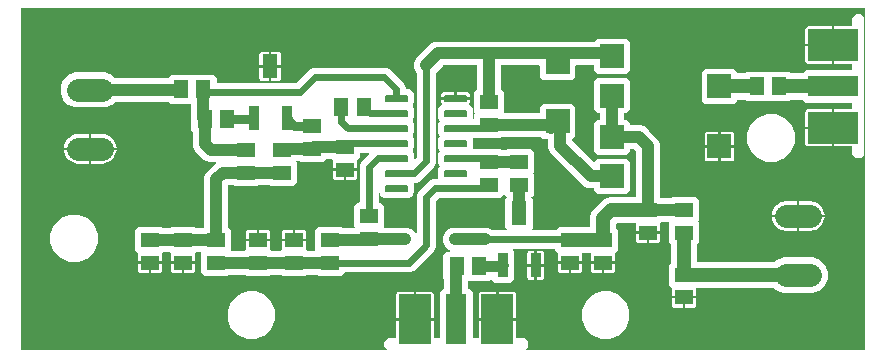
<source format=gbr>
G04 EAGLE Gerber RS-274X export*
G75*
%MOMM*%
%FSLAX34Y34*%
%LPD*%
%INTop Copper*%
%IPPOS*%
%AMOC8*
5,1,8,0,0,1.08239X$1,22.5*%
G01*
%ADD10R,1.300000X1.500000*%
%ADD11R,2.000000X2.000000*%
%ADD12R,1.500000X1.300000*%
%ADD13R,0.900000X2.000000*%
%ADD14R,1.300000X2.000000*%
%ADD15C,0.147500*%
%ADD16R,1.778000X4.191000*%
%ADD17R,2.667000X4.191000*%
%ADD18C,1.981200*%
%ADD19R,4.191000X1.778000*%
%ADD20R,4.191000X2.667000*%
%ADD21C,1.500000*%
%ADD22C,1.000000*%
%ADD23C,0.900000*%
%ADD24C,1.200000*%
%ADD25C,0.756400*%
%ADD26C,0.600000*%
%ADD27C,0.800000*%

G36*
X314172Y5081D02*
X314172Y5081D01*
X314175Y5081D01*
X314269Y5101D01*
X314366Y5120D01*
X314368Y5122D01*
X314371Y5122D01*
X314451Y5178D01*
X314532Y5233D01*
X314533Y5235D01*
X314535Y5237D01*
X314589Y5320D01*
X314641Y5401D01*
X314641Y5404D01*
X314643Y5406D01*
X314659Y5502D01*
X314677Y5598D01*
X314676Y5601D01*
X314676Y5603D01*
X314654Y5698D01*
X314633Y5794D01*
X314631Y5796D01*
X314631Y5799D01*
X314528Y5947D01*
X312419Y8055D01*
X312419Y12265D01*
X315395Y15241D01*
X322051Y15241D01*
X322056Y15242D01*
X322061Y15241D01*
X322154Y15262D01*
X322248Y15280D01*
X322252Y15283D01*
X322257Y15284D01*
X322335Y15340D01*
X322413Y15393D01*
X322416Y15397D01*
X322420Y15400D01*
X322471Y15482D01*
X322523Y15561D01*
X322523Y15566D01*
X322526Y15571D01*
X322558Y15748D01*
X322558Y30299D01*
X337926Y30299D01*
X337931Y30300D01*
X337936Y30299D01*
X338029Y30320D01*
X338122Y30338D01*
X338127Y30341D01*
X338132Y30342D01*
X338210Y30398D01*
X338288Y30451D01*
X338291Y30455D01*
X338295Y30458D01*
X338346Y30540D01*
X338397Y30619D01*
X338398Y30624D01*
X338401Y30629D01*
X338433Y30806D01*
X338433Y31315D01*
X338435Y31315D01*
X338435Y30806D01*
X338436Y30801D01*
X338435Y30796D01*
X338456Y30703D01*
X338474Y30610D01*
X338477Y30605D01*
X338479Y30600D01*
X338534Y30522D01*
X338587Y30444D01*
X338591Y30441D01*
X338595Y30437D01*
X338676Y30386D01*
X338755Y30335D01*
X338760Y30334D01*
X338765Y30331D01*
X338942Y30299D01*
X354310Y30299D01*
X354310Y15748D01*
X354311Y15743D01*
X354310Y15738D01*
X354331Y15645D01*
X354349Y15551D01*
X354352Y15547D01*
X354353Y15542D01*
X354409Y15464D01*
X354462Y15386D01*
X354466Y15383D01*
X354469Y15379D01*
X354551Y15328D01*
X354630Y15276D01*
X354635Y15276D01*
X354640Y15273D01*
X354817Y15241D01*
X358902Y15241D01*
X358907Y15242D01*
X358912Y15241D01*
X359005Y15262D01*
X359099Y15280D01*
X359103Y15283D01*
X359108Y15284D01*
X359186Y15340D01*
X359264Y15393D01*
X359267Y15397D01*
X359271Y15400D01*
X359322Y15482D01*
X359374Y15561D01*
X359374Y15566D01*
X359377Y15571D01*
X359409Y15748D01*
X359409Y54374D01*
X362385Y57350D01*
X362792Y57350D01*
X362797Y57351D01*
X362802Y57350D01*
X362895Y57371D01*
X362989Y57389D01*
X362993Y57392D01*
X362998Y57393D01*
X363076Y57449D01*
X363154Y57502D01*
X363157Y57506D01*
X363161Y57509D01*
X363212Y57591D01*
X363264Y57670D01*
X363264Y57675D01*
X363267Y57680D01*
X363299Y57857D01*
X363299Y65545D01*
X363298Y65553D01*
X363299Y65561D01*
X363278Y65651D01*
X363260Y65742D01*
X363255Y65748D01*
X363253Y65756D01*
X363151Y65904D01*
X362459Y66595D01*
X362459Y85805D01*
X365435Y88781D01*
X368034Y88781D01*
X368035Y88781D01*
X368037Y88781D01*
X368132Y88800D01*
X368231Y88820D01*
X368232Y88821D01*
X368233Y88821D01*
X368314Y88877D01*
X368396Y88933D01*
X368397Y88934D01*
X368398Y88935D01*
X368453Y89020D01*
X368506Y89101D01*
X368506Y89102D01*
X368507Y89103D01*
X368524Y89202D01*
X368541Y89298D01*
X368541Y89300D01*
X368541Y89301D01*
X368520Y89395D01*
X368498Y89494D01*
X368497Y89495D01*
X368497Y89496D01*
X368439Y89577D01*
X368382Y89657D01*
X368381Y89658D01*
X368380Y89659D01*
X368228Y89757D01*
X366400Y90514D01*
X363564Y93350D01*
X362029Y97055D01*
X362029Y101065D01*
X363564Y104770D01*
X366400Y107606D01*
X367573Y108092D01*
X368798Y108599D01*
X370022Y109107D01*
X370105Y109141D01*
X399515Y109141D01*
X403220Y107606D01*
X403537Y107289D01*
X403544Y107285D01*
X403548Y107279D01*
X403627Y107230D01*
X403704Y107178D01*
X403712Y107177D01*
X403718Y107173D01*
X403896Y107141D01*
X415729Y107141D01*
X415732Y107141D01*
X415735Y107141D01*
X415829Y107161D01*
X415926Y107180D01*
X415928Y107182D01*
X415931Y107182D01*
X416011Y107238D01*
X416092Y107293D01*
X416093Y107295D01*
X416095Y107297D01*
X416149Y107380D01*
X416201Y107461D01*
X416201Y107464D01*
X416203Y107466D01*
X416219Y107562D01*
X416237Y107658D01*
X416236Y107661D01*
X416236Y107663D01*
X416214Y107758D01*
X416193Y107854D01*
X416191Y107856D01*
X416191Y107859D01*
X416088Y108007D01*
X415139Y108955D01*
X415139Y133165D01*
X416116Y134141D01*
X416119Y134146D01*
X416123Y134149D01*
X416174Y134229D01*
X416227Y134308D01*
X416228Y134313D01*
X416231Y134318D01*
X416247Y134412D01*
X416265Y134505D01*
X416264Y134510D01*
X416264Y134515D01*
X416243Y134607D01*
X416223Y134701D01*
X416220Y134706D01*
X416219Y134711D01*
X416116Y134859D01*
X414379Y136596D01*
X414374Y136599D01*
X414371Y136603D01*
X414291Y136654D01*
X414212Y136707D01*
X414207Y136708D01*
X414202Y136711D01*
X414108Y136727D01*
X414015Y136745D01*
X414010Y136744D01*
X414005Y136744D01*
X413912Y136723D01*
X413819Y136703D01*
X413814Y136700D01*
X413809Y136699D01*
X413661Y136596D01*
X410925Y133859D01*
X391715Y133859D01*
X391564Y134011D01*
X391557Y134015D01*
X391553Y134021D01*
X391474Y134070D01*
X391397Y134122D01*
X391389Y134123D01*
X391383Y134127D01*
X391205Y134159D01*
X359157Y134159D01*
X359150Y134158D01*
X359142Y134159D01*
X359052Y134138D01*
X358961Y134120D01*
X358954Y134115D01*
X358947Y134113D01*
X358799Y134011D01*
X356209Y131421D01*
X356205Y131415D01*
X356199Y131410D01*
X356150Y131332D01*
X356098Y131254D01*
X356097Y131247D01*
X356093Y131240D01*
X356061Y131063D01*
X356061Y92373D01*
X354831Y89403D01*
X337977Y72549D01*
X337871Y72505D01*
X336646Y71998D01*
X335422Y71491D01*
X335007Y71319D01*
X279788Y71319D01*
X279783Y71318D01*
X279778Y71319D01*
X279685Y71298D01*
X279591Y71280D01*
X279587Y71277D01*
X279582Y71276D01*
X279504Y71220D01*
X279426Y71167D01*
X279423Y71163D01*
X279419Y71160D01*
X279368Y71078D01*
X279316Y70999D01*
X279316Y70994D01*
X279313Y70989D01*
X279281Y70812D01*
X279281Y70795D01*
X276305Y67819D01*
X257095Y67819D01*
X255744Y69171D01*
X255738Y69175D01*
X255733Y69181D01*
X255655Y69230D01*
X255577Y69282D01*
X255569Y69283D01*
X255563Y69287D01*
X255385Y69319D01*
X247535Y69319D01*
X247527Y69318D01*
X247519Y69319D01*
X247429Y69298D01*
X247338Y69280D01*
X247332Y69275D01*
X247324Y69273D01*
X247176Y69171D01*
X245825Y67819D01*
X226615Y67819D01*
X225264Y69171D01*
X225257Y69175D01*
X225253Y69181D01*
X225174Y69230D01*
X225097Y69282D01*
X225089Y69283D01*
X225083Y69287D01*
X224905Y69319D01*
X217055Y69319D01*
X217047Y69318D01*
X217039Y69319D01*
X216949Y69298D01*
X216858Y69280D01*
X216852Y69275D01*
X216844Y69273D01*
X216696Y69171D01*
X215345Y67819D01*
X196135Y67819D01*
X194784Y69171D01*
X194777Y69175D01*
X194773Y69181D01*
X194694Y69230D01*
X194617Y69282D01*
X194609Y69283D01*
X194603Y69287D01*
X194425Y69319D01*
X181495Y69319D01*
X181487Y69318D01*
X181479Y69319D01*
X181389Y69298D01*
X181298Y69280D01*
X181292Y69275D01*
X181284Y69273D01*
X181136Y69171D01*
X179785Y67819D01*
X160575Y67819D01*
X157599Y70795D01*
X157599Y87812D01*
X157598Y87817D01*
X157599Y87822D01*
X157579Y87915D01*
X157560Y88009D01*
X157557Y88013D01*
X157556Y88018D01*
X157500Y88096D01*
X157447Y88174D01*
X157443Y88177D01*
X157440Y88181D01*
X157358Y88232D01*
X157279Y88284D01*
X157274Y88284D01*
X157269Y88287D01*
X157092Y88319D01*
X153555Y88319D01*
X153547Y88318D01*
X153539Y88319D01*
X153449Y88298D01*
X153358Y88280D01*
X153352Y88275D01*
X153344Y88273D01*
X153196Y88171D01*
X152272Y87247D01*
X152231Y87185D01*
X152184Y87128D01*
X152176Y87102D01*
X152161Y87080D01*
X152147Y87007D01*
X152126Y86936D01*
X152128Y86907D01*
X152124Y86883D01*
X152135Y86831D01*
X152141Y86757D01*
X152281Y86234D01*
X152281Y80415D01*
X142748Y80415D01*
X142743Y80414D01*
X142738Y80415D01*
X142645Y80394D01*
X142552Y80376D01*
X142547Y80373D01*
X142542Y80371D01*
X142464Y80316D01*
X142386Y80263D01*
X142383Y80259D01*
X142379Y80255D01*
X142328Y80174D01*
X142277Y80095D01*
X142276Y80090D01*
X142273Y80085D01*
X142241Y79908D01*
X142241Y79399D01*
X142239Y79399D01*
X142239Y79908D01*
X142238Y79913D01*
X142239Y79918D01*
X142218Y80011D01*
X142200Y80104D01*
X142197Y80109D01*
X142195Y80114D01*
X142140Y80192D01*
X142087Y80270D01*
X142083Y80273D01*
X142079Y80277D01*
X141998Y80328D01*
X141919Y80379D01*
X141914Y80380D01*
X141909Y80383D01*
X141732Y80415D01*
X132199Y80415D01*
X132199Y86234D01*
X132339Y86757D01*
X132344Y86831D01*
X132356Y86904D01*
X132350Y86930D01*
X132352Y86957D01*
X132328Y87027D01*
X132311Y87099D01*
X132294Y87123D01*
X132286Y87146D01*
X132250Y87186D01*
X132208Y87247D01*
X131284Y88171D01*
X131277Y88175D01*
X131273Y88181D01*
X131194Y88230D01*
X131117Y88282D01*
X131109Y88283D01*
X131103Y88287D01*
X130925Y88319D01*
X125615Y88319D01*
X125607Y88318D01*
X125599Y88319D01*
X125509Y88298D01*
X125418Y88280D01*
X125412Y88275D01*
X125404Y88273D01*
X125256Y88171D01*
X124332Y87247D01*
X124291Y87185D01*
X124244Y87128D01*
X124236Y87102D01*
X124221Y87080D01*
X124207Y87007D01*
X124186Y86936D01*
X124188Y86907D01*
X124184Y86883D01*
X124195Y86831D01*
X124201Y86757D01*
X124341Y86234D01*
X124341Y80415D01*
X114808Y80415D01*
X114803Y80414D01*
X114798Y80415D01*
X114705Y80394D01*
X114612Y80376D01*
X114607Y80373D01*
X114602Y80371D01*
X114524Y80316D01*
X114446Y80263D01*
X114443Y80259D01*
X114439Y80255D01*
X114388Y80174D01*
X114337Y80095D01*
X114336Y80090D01*
X114333Y80085D01*
X114301Y79908D01*
X114301Y79399D01*
X114299Y79399D01*
X114299Y79908D01*
X114298Y79913D01*
X114299Y79918D01*
X114278Y80011D01*
X114260Y80104D01*
X114257Y80109D01*
X114255Y80114D01*
X114200Y80192D01*
X114147Y80270D01*
X114143Y80273D01*
X114139Y80277D01*
X114058Y80328D01*
X113979Y80379D01*
X113974Y80380D01*
X113969Y80383D01*
X113792Y80415D01*
X104259Y80415D01*
X104259Y86234D01*
X104399Y86757D01*
X104404Y86831D01*
X104416Y86904D01*
X104410Y86930D01*
X104412Y86957D01*
X104388Y87027D01*
X104371Y87099D01*
X104354Y87123D01*
X104346Y87146D01*
X104310Y87186D01*
X104268Y87247D01*
X101719Y89795D01*
X101719Y107005D01*
X104695Y109981D01*
X123905Y109981D01*
X125256Y108629D01*
X125263Y108625D01*
X125267Y108619D01*
X125346Y108570D01*
X125423Y108518D01*
X125431Y108517D01*
X125437Y108513D01*
X125615Y108481D01*
X130925Y108481D01*
X130933Y108482D01*
X130941Y108481D01*
X131031Y108502D01*
X131122Y108520D01*
X131128Y108525D01*
X131136Y108527D01*
X131284Y108629D01*
X132635Y109981D01*
X151845Y109981D01*
X153196Y108629D01*
X153203Y108625D01*
X153207Y108619D01*
X153286Y108570D01*
X153363Y108518D01*
X153371Y108517D01*
X153377Y108513D01*
X153555Y108481D01*
X158865Y108481D01*
X158873Y108482D01*
X158881Y108481D01*
X158971Y108502D01*
X159062Y108520D01*
X159068Y108525D01*
X159076Y108527D01*
X159224Y108629D01*
X159951Y109356D01*
X159955Y109363D01*
X159961Y109367D01*
X160010Y109446D01*
X160062Y109523D01*
X160063Y109531D01*
X160067Y109537D01*
X160099Y109715D01*
X160099Y151865D01*
X161634Y155570D01*
X169717Y163653D01*
X169719Y163656D01*
X169721Y163657D01*
X169773Y163737D01*
X169828Y163820D01*
X169829Y163823D01*
X169830Y163825D01*
X169847Y163921D01*
X169866Y164017D01*
X169865Y164020D01*
X169866Y164022D01*
X169844Y164119D01*
X169824Y164213D01*
X169823Y164215D01*
X169822Y164218D01*
X169765Y164298D01*
X169710Y164378D01*
X169707Y164379D01*
X169706Y164381D01*
X169623Y164433D01*
X169541Y164485D01*
X169538Y164486D01*
X169536Y164487D01*
X169358Y164519D01*
X163755Y164519D01*
X160050Y166054D01*
X152134Y173970D01*
X150599Y177675D01*
X150599Y189345D01*
X150598Y189353D01*
X150599Y189361D01*
X150578Y189451D01*
X150560Y189542D01*
X150555Y189548D01*
X150553Y189556D01*
X150451Y189704D01*
X149099Y191055D01*
X149099Y210264D01*
X149131Y210296D01*
X149135Y210302D01*
X149141Y210307D01*
X149190Y210386D01*
X149242Y210463D01*
X149243Y210471D01*
X149247Y210477D01*
X149279Y210655D01*
X149279Y212972D01*
X149278Y212977D01*
X149279Y212982D01*
X149258Y213075D01*
X149240Y213169D01*
X149237Y213173D01*
X149236Y213178D01*
X149180Y213256D01*
X149127Y213334D01*
X149123Y213337D01*
X149120Y213341D01*
X149038Y213392D01*
X148959Y213444D01*
X148954Y213444D01*
X148949Y213447D01*
X148772Y213479D01*
X131755Y213479D01*
X129658Y215577D01*
X129651Y215581D01*
X129647Y215587D01*
X129568Y215636D01*
X129491Y215688D01*
X129483Y215689D01*
X129477Y215693D01*
X129299Y215725D01*
X84730Y215725D01*
X84722Y215724D01*
X84714Y215725D01*
X84624Y215704D01*
X84533Y215686D01*
X84527Y215681D01*
X84519Y215679D01*
X84371Y215577D01*
X81895Y213101D01*
X81685Y213014D01*
X80460Y212506D01*
X79236Y211999D01*
X79235Y211999D01*
X78011Y211492D01*
X76786Y210985D01*
X76387Y210819D01*
X50613Y210819D01*
X45105Y213101D01*
X40889Y217317D01*
X38607Y222825D01*
X38607Y228787D01*
X40889Y234295D01*
X45105Y238511D01*
X46194Y238963D01*
X46195Y238963D01*
X47419Y239470D01*
X48644Y239977D01*
X49868Y240484D01*
X49869Y240484D01*
X50613Y240793D01*
X76387Y240793D01*
X81895Y238511D01*
X84371Y236035D01*
X84378Y236031D01*
X84382Y236025D01*
X84461Y235976D01*
X84538Y235924D01*
X84546Y235923D01*
X84553Y235919D01*
X84730Y235887D01*
X128791Y235887D01*
X128799Y235888D01*
X128807Y235887D01*
X128897Y235908D01*
X128988Y235926D01*
X128994Y235931D01*
X129002Y235933D01*
X129150Y236035D01*
X131755Y238641D01*
X148965Y238641D01*
X149501Y238104D01*
X149506Y238101D01*
X149509Y238097D01*
X149589Y238046D01*
X149668Y237993D01*
X149673Y237992D01*
X149678Y237989D01*
X149772Y237973D01*
X149865Y237955D01*
X149870Y237956D01*
X149875Y237956D01*
X149968Y237977D01*
X150061Y237997D01*
X150066Y238000D01*
X150071Y238001D01*
X150219Y238104D01*
X150755Y238641D01*
X167965Y238641D01*
X170941Y235665D01*
X170941Y232108D01*
X170942Y232103D01*
X170941Y232098D01*
X170962Y232004D01*
X170980Y231911D01*
X170983Y231907D01*
X170984Y231902D01*
X171040Y231824D01*
X171093Y231746D01*
X171097Y231743D01*
X171100Y231739D01*
X171182Y231688D01*
X171261Y231636D01*
X171266Y231636D01*
X171271Y231633D01*
X171448Y231601D01*
X237743Y231601D01*
X237750Y231602D01*
X237758Y231601D01*
X237848Y231622D01*
X237939Y231640D01*
X237946Y231645D01*
X237953Y231647D01*
X238101Y231749D01*
X249423Y243071D01*
X250527Y243528D01*
X251751Y244035D01*
X252393Y244301D01*
X314027Y244301D01*
X316997Y243071D01*
X329431Y230637D01*
X330661Y227667D01*
X330661Y226978D01*
X330662Y226973D01*
X330661Y226968D01*
X330682Y226875D01*
X330700Y226781D01*
X330703Y226777D01*
X330704Y226772D01*
X330760Y226694D01*
X330813Y226616D01*
X330817Y226613D01*
X330820Y226609D01*
X330902Y226558D01*
X330981Y226506D01*
X330986Y226506D01*
X330991Y226503D01*
X331168Y226471D01*
X333350Y226471D01*
X335488Y225585D01*
X337125Y223948D01*
X338011Y221810D01*
X338011Y215070D01*
X337125Y212932D01*
X336642Y212449D01*
X336639Y212444D01*
X336635Y212441D01*
X336584Y212361D01*
X336531Y212282D01*
X336530Y212277D01*
X336527Y212272D01*
X336511Y212178D01*
X336493Y212085D01*
X336494Y212080D01*
X336494Y212074D01*
X336515Y211982D01*
X336535Y211889D01*
X336538Y211884D01*
X336539Y211879D01*
X336642Y211731D01*
X337125Y211248D01*
X338011Y209110D01*
X338011Y202370D01*
X337125Y200232D01*
X336642Y199749D01*
X336639Y199744D01*
X336635Y199741D01*
X336583Y199661D01*
X336531Y199582D01*
X336530Y199577D01*
X336527Y199572D01*
X336511Y199478D01*
X336493Y199385D01*
X336494Y199380D01*
X336494Y199375D01*
X336515Y199282D01*
X336535Y199189D01*
X336538Y199185D01*
X336539Y199179D01*
X336642Y199031D01*
X337125Y198548D01*
X338011Y196410D01*
X338011Y189670D01*
X337125Y187532D01*
X336642Y187049D01*
X336639Y187044D01*
X336635Y187041D01*
X336583Y186961D01*
X336531Y186882D01*
X336530Y186877D01*
X336527Y186872D01*
X336511Y186778D01*
X336493Y186685D01*
X336494Y186680D01*
X336494Y186675D01*
X336515Y186582D01*
X336535Y186489D01*
X336538Y186485D01*
X336539Y186479D01*
X336642Y186331D01*
X337125Y185848D01*
X338011Y183710D01*
X338011Y176970D01*
X337125Y174832D01*
X336642Y174349D01*
X336639Y174344D01*
X336635Y174341D01*
X336583Y174261D01*
X336531Y174182D01*
X336530Y174177D01*
X336527Y174172D01*
X336511Y174078D01*
X336493Y173985D01*
X336494Y173980D01*
X336494Y173975D01*
X336515Y173882D01*
X336535Y173789D01*
X336538Y173785D01*
X336539Y173779D01*
X336642Y173631D01*
X337125Y173148D01*
X338011Y171010D01*
X338011Y167783D01*
X338011Y167781D01*
X338011Y167778D01*
X338031Y167683D01*
X338050Y167587D01*
X338052Y167585D01*
X338052Y167582D01*
X338108Y167501D01*
X338163Y167421D01*
X338165Y167419D01*
X338167Y167417D01*
X338250Y167364D01*
X338331Y167312D01*
X338334Y167311D01*
X338336Y167310D01*
X338432Y167293D01*
X338528Y167276D01*
X338531Y167277D01*
X338533Y167276D01*
X338628Y167298D01*
X338724Y167320D01*
X338726Y167321D01*
X338729Y167322D01*
X338877Y167425D01*
X339751Y168299D01*
X339755Y168305D01*
X339761Y168310D01*
X339810Y168388D01*
X339862Y168466D01*
X339863Y168473D01*
X339867Y168480D01*
X339899Y168657D01*
X339899Y239994D01*
X339898Y240002D01*
X339899Y240010D01*
X339878Y240100D01*
X339860Y240191D01*
X339855Y240197D01*
X339853Y240205D01*
X339751Y240353D01*
X339434Y240670D01*
X337899Y244375D01*
X337899Y248385D01*
X339434Y252090D01*
X352430Y265086D01*
X353042Y265340D01*
X354266Y265847D01*
X354267Y265847D01*
X355491Y266354D01*
X356135Y266621D01*
X490685Y266621D01*
X490693Y266622D01*
X490701Y266621D01*
X490791Y266642D01*
X490882Y266660D01*
X490888Y266665D01*
X490896Y266667D01*
X491044Y266769D01*
X493355Y269081D01*
X517565Y269081D01*
X520541Y266105D01*
X520541Y241895D01*
X517565Y238919D01*
X493355Y238919D01*
X490379Y241895D01*
X490379Y245952D01*
X490378Y245957D01*
X490379Y245962D01*
X490358Y246055D01*
X490340Y246149D01*
X490337Y246153D01*
X490336Y246158D01*
X490280Y246236D01*
X490227Y246314D01*
X490223Y246317D01*
X490220Y246321D01*
X490138Y246372D01*
X490059Y246424D01*
X490054Y246424D01*
X490049Y246427D01*
X489872Y246459D01*
X474848Y246459D01*
X474843Y246458D01*
X474838Y246459D01*
X474745Y246438D01*
X474651Y246420D01*
X474647Y246417D01*
X474642Y246416D01*
X474564Y246360D01*
X474486Y246307D01*
X474483Y246303D01*
X474479Y246300D01*
X474428Y246218D01*
X474376Y246139D01*
X474376Y246134D01*
X474373Y246129D01*
X474341Y245952D01*
X474341Y236815D01*
X471365Y233839D01*
X447155Y233839D01*
X444179Y236815D01*
X444179Y245952D01*
X444178Y245957D01*
X444179Y245962D01*
X444158Y246055D01*
X444140Y246149D01*
X444137Y246153D01*
X444136Y246158D01*
X444080Y246236D01*
X444027Y246314D01*
X444023Y246317D01*
X444020Y246321D01*
X443938Y246372D01*
X443859Y246424D01*
X443854Y246424D01*
X443849Y246427D01*
X443672Y246459D01*
X411908Y246459D01*
X411903Y246458D01*
X411898Y246459D01*
X411805Y246438D01*
X411711Y246420D01*
X411707Y246417D01*
X411702Y246416D01*
X411624Y246360D01*
X411546Y246307D01*
X411543Y246303D01*
X411539Y246300D01*
X411488Y246218D01*
X411436Y246139D01*
X411436Y246134D01*
X411433Y246129D01*
X411401Y245952D01*
X411401Y226555D01*
X411402Y226547D01*
X411401Y226539D01*
X411422Y226449D01*
X411440Y226358D01*
X411445Y226352D01*
X411447Y226344D01*
X411549Y226196D01*
X413901Y223845D01*
X413901Y206828D01*
X413902Y206823D01*
X413901Y206818D01*
X413922Y206725D01*
X413940Y206631D01*
X413943Y206627D01*
X413944Y206622D01*
X414000Y206544D01*
X414053Y206466D01*
X414057Y206463D01*
X414060Y206459D01*
X414142Y206408D01*
X414221Y206356D01*
X414226Y206356D01*
X414231Y206353D01*
X414408Y206321D01*
X443672Y206321D01*
X443677Y206322D01*
X443682Y206321D01*
X443775Y206342D01*
X443869Y206360D01*
X443873Y206363D01*
X443878Y206364D01*
X443955Y206419D01*
X444034Y206473D01*
X444037Y206477D01*
X444041Y206480D01*
X444092Y206562D01*
X444144Y206641D01*
X444144Y206646D01*
X444147Y206651D01*
X444179Y206828D01*
X444179Y211025D01*
X447155Y214001D01*
X471365Y214001D01*
X474341Y211025D01*
X474341Y186815D01*
X471889Y184364D01*
X471885Y184358D01*
X471879Y184353D01*
X471830Y184274D01*
X471778Y184197D01*
X471777Y184189D01*
X471773Y184183D01*
X471741Y184005D01*
X471741Y182806D01*
X471742Y182798D01*
X471741Y182790D01*
X471762Y182700D01*
X471780Y182609D01*
X471785Y182603D01*
X471787Y182595D01*
X471889Y182447D01*
X489747Y164589D01*
X489751Y164587D01*
X489754Y164582D01*
X489835Y164531D01*
X489914Y164478D01*
X489919Y164478D01*
X489923Y164475D01*
X490017Y164459D01*
X490111Y164441D01*
X490116Y164442D01*
X490121Y164441D01*
X490213Y164463D01*
X490307Y164482D01*
X490311Y164485D01*
X490316Y164487D01*
X490464Y164589D01*
X493355Y167481D01*
X517565Y167481D01*
X520541Y164505D01*
X520541Y140295D01*
X517565Y137319D01*
X493355Y137319D01*
X490379Y140295D01*
X490379Y141812D01*
X490378Y141817D01*
X490379Y141822D01*
X490358Y141915D01*
X490340Y142009D01*
X490337Y142013D01*
X490336Y142018D01*
X490280Y142096D01*
X490227Y142174D01*
X490223Y142177D01*
X490220Y142181D01*
X490138Y142232D01*
X490059Y142284D01*
X490054Y142284D01*
X490049Y142287D01*
X489872Y142319D01*
X485675Y142319D01*
X481970Y143854D01*
X453114Y172710D01*
X451579Y176415D01*
X451579Y183332D01*
X451578Y183337D01*
X451579Y183342D01*
X451558Y183435D01*
X451540Y183529D01*
X451537Y183533D01*
X451536Y183538D01*
X451481Y183615D01*
X451427Y183694D01*
X451423Y183697D01*
X451420Y183701D01*
X451338Y183752D01*
X451259Y183804D01*
X451254Y183804D01*
X451249Y183807D01*
X451072Y183839D01*
X447155Y183839D01*
X444984Y186011D01*
X444978Y186015D01*
X444973Y186021D01*
X444894Y186070D01*
X444817Y186122D01*
X444809Y186123D01*
X444803Y186127D01*
X444625Y186159D01*
X412635Y186159D01*
X412627Y186158D01*
X412619Y186159D01*
X412529Y186138D01*
X412438Y186120D01*
X412432Y186115D01*
X412424Y186113D01*
X412276Y186011D01*
X410925Y184659D01*
X391715Y184659D01*
X391564Y184811D01*
X391558Y184815D01*
X391553Y184821D01*
X391474Y184870D01*
X391397Y184922D01*
X391389Y184923D01*
X391383Y184927D01*
X391205Y184959D01*
X387852Y184959D01*
X387848Y184958D01*
X387845Y184959D01*
X387751Y184939D01*
X387656Y184920D01*
X387653Y184917D01*
X387649Y184917D01*
X387570Y184861D01*
X387490Y184807D01*
X387488Y184804D01*
X387485Y184801D01*
X387433Y184719D01*
X387381Y184639D01*
X387380Y184635D01*
X387378Y184632D01*
X387362Y184536D01*
X387345Y184442D01*
X387346Y184438D01*
X387345Y184434D01*
X387384Y184258D01*
X387611Y183710D01*
X387611Y176970D01*
X387384Y176422D01*
X387383Y176418D01*
X387381Y176415D01*
X387364Y176320D01*
X387345Y176225D01*
X387346Y176222D01*
X387345Y176218D01*
X387366Y176123D01*
X387386Y176029D01*
X387388Y176026D01*
X387389Y176022D01*
X387445Y175943D01*
X387499Y175864D01*
X387502Y175862D01*
X387505Y175859D01*
X387587Y175807D01*
X387668Y175756D01*
X387672Y175755D01*
X387675Y175753D01*
X387852Y175721D01*
X391205Y175721D01*
X391213Y175722D01*
X391221Y175721D01*
X391311Y175742D01*
X391402Y175760D01*
X391408Y175765D01*
X391416Y175767D01*
X391564Y175869D01*
X391715Y176021D01*
X410925Y176021D01*
X412276Y174669D01*
X412283Y174665D01*
X412287Y174659D01*
X412366Y174610D01*
X412443Y174558D01*
X412451Y174557D01*
X412457Y174553D01*
X412635Y174521D01*
X415405Y174521D01*
X415413Y174522D01*
X415421Y174521D01*
X415511Y174542D01*
X415602Y174560D01*
X415608Y174565D01*
X415616Y174567D01*
X415764Y174669D01*
X417115Y176021D01*
X436325Y176021D01*
X439301Y173045D01*
X439301Y155835D01*
X438764Y155299D01*
X438761Y155294D01*
X438757Y155291D01*
X438706Y155211D01*
X438653Y155132D01*
X438652Y155127D01*
X438649Y155122D01*
X438633Y155028D01*
X438615Y154935D01*
X438616Y154930D01*
X438616Y154924D01*
X438637Y154832D01*
X438657Y154739D01*
X438660Y154734D01*
X438661Y154729D01*
X438764Y154581D01*
X439301Y154045D01*
X439301Y136835D01*
X437324Y134859D01*
X437321Y134854D01*
X437317Y134851D01*
X437266Y134771D01*
X437213Y134692D01*
X437212Y134687D01*
X437209Y134682D01*
X437193Y134588D01*
X437175Y134495D01*
X437176Y134490D01*
X437176Y134485D01*
X437197Y134392D01*
X437217Y134299D01*
X437220Y134294D01*
X437221Y134289D01*
X437324Y134141D01*
X438301Y133165D01*
X438301Y108955D01*
X437352Y108007D01*
X437350Y108004D01*
X437348Y108003D01*
X437296Y107923D01*
X437241Y107840D01*
X437240Y107837D01*
X437239Y107835D01*
X437222Y107739D01*
X437203Y107643D01*
X437204Y107640D01*
X437203Y107638D01*
X437225Y107541D01*
X437245Y107447D01*
X437246Y107445D01*
X437247Y107442D01*
X437304Y107362D01*
X437359Y107282D01*
X437361Y107281D01*
X437363Y107279D01*
X437447Y107226D01*
X437528Y107175D01*
X437531Y107174D01*
X437533Y107173D01*
X437711Y107141D01*
X457245Y107141D01*
X457253Y107142D01*
X457261Y107141D01*
X457351Y107162D01*
X457442Y107180D01*
X457448Y107185D01*
X457456Y107187D01*
X457604Y107289D01*
X460295Y109981D01*
X479505Y109981D01*
X479856Y109629D01*
X479863Y109625D01*
X479867Y109619D01*
X479946Y109570D01*
X480023Y109518D01*
X480031Y109517D01*
X480037Y109513D01*
X480215Y109481D01*
X486252Y109481D01*
X486257Y109482D01*
X486262Y109481D01*
X486355Y109502D01*
X486449Y109520D01*
X486453Y109523D01*
X486458Y109524D01*
X486536Y109580D01*
X486614Y109633D01*
X486617Y109637D01*
X486621Y109640D01*
X486672Y109722D01*
X486724Y109801D01*
X486724Y109806D01*
X486727Y109811D01*
X486759Y109988D01*
X486759Y119044D01*
X488446Y123117D01*
X498523Y133194D01*
X499153Y133455D01*
X500377Y133962D01*
X500378Y133962D01*
X501602Y134469D01*
X502596Y134881D01*
X525352Y134881D01*
X525357Y134882D01*
X525362Y134881D01*
X525455Y134902D01*
X525549Y134920D01*
X525553Y134923D01*
X525558Y134924D01*
X525636Y134980D01*
X525714Y135033D01*
X525717Y135037D01*
X525721Y135040D01*
X525772Y135122D01*
X525824Y135201D01*
X525824Y135206D01*
X525827Y135211D01*
X525859Y135388D01*
X525859Y173414D01*
X525858Y173422D01*
X525859Y173430D01*
X525838Y173520D01*
X525820Y173611D01*
X525815Y173617D01*
X525813Y173625D01*
X525711Y173773D01*
X524213Y175271D01*
X524206Y175275D01*
X524202Y175281D01*
X524124Y175330D01*
X524046Y175382D01*
X524038Y175383D01*
X524032Y175387D01*
X523854Y175419D01*
X521048Y175419D01*
X521043Y175418D01*
X521038Y175419D01*
X520945Y175398D01*
X520851Y175380D01*
X520847Y175377D01*
X520842Y175376D01*
X520764Y175320D01*
X520686Y175267D01*
X520683Y175263D01*
X520679Y175260D01*
X520628Y175178D01*
X520576Y175099D01*
X520576Y175094D01*
X520573Y175089D01*
X520541Y174912D01*
X520541Y173395D01*
X517565Y170419D01*
X493355Y170419D01*
X490379Y173395D01*
X490379Y197605D01*
X493355Y200581D01*
X494872Y200581D01*
X494877Y200582D01*
X494882Y200581D01*
X494975Y200602D01*
X495069Y200620D01*
X495073Y200623D01*
X495078Y200624D01*
X495156Y200680D01*
X495234Y200733D01*
X495237Y200737D01*
X495241Y200740D01*
X495292Y200822D01*
X495344Y200901D01*
X495344Y200906D01*
X495347Y200911D01*
X495379Y201088D01*
X495379Y205312D01*
X495378Y205317D01*
X495379Y205322D01*
X495358Y205415D01*
X495340Y205509D01*
X495337Y205513D01*
X495336Y205518D01*
X495280Y205596D01*
X495227Y205674D01*
X495223Y205677D01*
X495220Y205681D01*
X495138Y205732D01*
X495059Y205784D01*
X495054Y205784D01*
X495049Y205787D01*
X494872Y205819D01*
X493355Y205819D01*
X490379Y208795D01*
X490379Y233005D01*
X493355Y235981D01*
X517565Y235981D01*
X520541Y233005D01*
X520541Y208795D01*
X517565Y205819D01*
X516048Y205819D01*
X516043Y205818D01*
X516038Y205819D01*
X515945Y205798D01*
X515851Y205780D01*
X515847Y205777D01*
X515842Y205776D01*
X515764Y205720D01*
X515686Y205667D01*
X515683Y205663D01*
X515679Y205660D01*
X515628Y205578D01*
X515576Y205499D01*
X515576Y205494D01*
X515573Y205489D01*
X515541Y205312D01*
X515541Y201088D01*
X515542Y201083D01*
X515541Y201078D01*
X515562Y200985D01*
X515580Y200891D01*
X515583Y200887D01*
X515584Y200882D01*
X515640Y200804D01*
X515693Y200726D01*
X515697Y200723D01*
X515700Y200719D01*
X515782Y200668D01*
X515861Y200616D01*
X515866Y200616D01*
X515871Y200613D01*
X516048Y200581D01*
X517565Y200581D01*
X520541Y197605D01*
X520541Y196088D01*
X520542Y196083D01*
X520541Y196078D01*
X520562Y195985D01*
X520580Y195891D01*
X520583Y195887D01*
X520584Y195882D01*
X520640Y195804D01*
X520693Y195726D01*
X520697Y195723D01*
X520700Y195719D01*
X520782Y195668D01*
X520861Y195616D01*
X520866Y195616D01*
X520871Y195613D01*
X521048Y195581D01*
X530245Y195581D01*
X533950Y194046D01*
X536857Y191139D01*
X544486Y183510D01*
X546021Y179805D01*
X546021Y135115D01*
X546022Y135107D01*
X546021Y135099D01*
X546042Y135009D01*
X546060Y134918D01*
X546065Y134912D01*
X546067Y134904D01*
X546169Y134756D01*
X546896Y134029D01*
X546903Y134025D01*
X546907Y134019D01*
X546986Y133970D01*
X547063Y133918D01*
X547071Y133917D01*
X547077Y133913D01*
X547255Y133881D01*
X555105Y133881D01*
X555113Y133882D01*
X555121Y133881D01*
X555211Y133902D01*
X555302Y133920D01*
X555308Y133925D01*
X555316Y133927D01*
X555464Y134029D01*
X556815Y135381D01*
X576025Y135381D01*
X579001Y132405D01*
X579001Y115195D01*
X578464Y114659D01*
X578461Y114654D01*
X578457Y114651D01*
X578406Y114571D01*
X578353Y114492D01*
X578352Y114487D01*
X578349Y114482D01*
X578333Y114388D01*
X578315Y114295D01*
X578316Y114290D01*
X578316Y114285D01*
X578337Y114192D01*
X578357Y114099D01*
X578360Y114094D01*
X578361Y114089D01*
X578464Y113941D01*
X579001Y113405D01*
X579001Y96195D01*
X577649Y94844D01*
X577645Y94837D01*
X577639Y94833D01*
X577590Y94754D01*
X577538Y94677D01*
X577537Y94669D01*
X577533Y94663D01*
X577501Y94485D01*
X577501Y80778D01*
X577502Y80773D01*
X577501Y80768D01*
X577522Y80675D01*
X577540Y80581D01*
X577543Y80577D01*
X577544Y80572D01*
X577600Y80494D01*
X577653Y80416D01*
X577657Y80413D01*
X577660Y80409D01*
X577742Y80358D01*
X577821Y80306D01*
X577826Y80306D01*
X577831Y80303D01*
X578008Y80271D01*
X643066Y80271D01*
X643074Y80272D01*
X643082Y80271D01*
X643172Y80292D01*
X643263Y80310D01*
X643269Y80315D01*
X643277Y80317D01*
X643425Y80419D01*
X644545Y81539D01*
X644969Y81715D01*
X644970Y81715D01*
X646194Y82222D01*
X647419Y82730D01*
X648643Y83237D01*
X649868Y83744D01*
X650053Y83821D01*
X675827Y83821D01*
X681335Y81539D01*
X685551Y77323D01*
X687833Y71815D01*
X687833Y65853D01*
X685551Y60345D01*
X681335Y56129D01*
X680460Y55766D01*
X679235Y55259D01*
X678010Y54752D01*
X676786Y54244D01*
X675827Y53847D01*
X650053Y53847D01*
X644545Y56129D01*
X642713Y57961D01*
X642706Y57965D01*
X642702Y57971D01*
X642623Y58020D01*
X642546Y58072D01*
X642538Y58073D01*
X642531Y58077D01*
X642354Y58109D01*
X576831Y58109D01*
X576761Y58095D01*
X576690Y58089D01*
X576664Y58076D01*
X576635Y58070D01*
X576575Y58030D01*
X576512Y57996D01*
X576493Y57974D01*
X576469Y57957D01*
X576430Y57897D01*
X576384Y57842D01*
X576376Y57814D01*
X576360Y57789D01*
X576347Y57719D01*
X576326Y57650D01*
X576329Y57619D01*
X576324Y57592D01*
X576335Y57541D01*
X576341Y57471D01*
X576461Y57024D01*
X576461Y51205D01*
X566928Y51205D01*
X566923Y51204D01*
X566918Y51205D01*
X566825Y51184D01*
X566732Y51166D01*
X566727Y51163D01*
X566722Y51161D01*
X566644Y51106D01*
X566566Y51053D01*
X566563Y51049D01*
X566559Y51045D01*
X566508Y50964D01*
X566457Y50885D01*
X566456Y50880D01*
X566453Y50875D01*
X566421Y50698D01*
X566421Y50189D01*
X566419Y50189D01*
X566419Y50698D01*
X566418Y50703D01*
X566419Y50708D01*
X566398Y50801D01*
X566380Y50894D01*
X566377Y50899D01*
X566375Y50904D01*
X566320Y50982D01*
X566267Y51060D01*
X566263Y51063D01*
X566259Y51067D01*
X566178Y51118D01*
X566099Y51169D01*
X566094Y51170D01*
X566089Y51173D01*
X565912Y51205D01*
X556379Y51205D01*
X556379Y57024D01*
X556519Y57547D01*
X556524Y57621D01*
X556536Y57694D01*
X556530Y57720D01*
X556532Y57747D01*
X556508Y57817D01*
X556491Y57889D01*
X556474Y57913D01*
X556466Y57936D01*
X556430Y57976D01*
X556388Y58037D01*
X553839Y60585D01*
X553839Y77795D01*
X555191Y79146D01*
X555195Y79153D01*
X555201Y79157D01*
X555250Y79236D01*
X555302Y79313D01*
X555303Y79321D01*
X555307Y79327D01*
X555339Y79505D01*
X555339Y94485D01*
X555338Y94493D01*
X555339Y94501D01*
X555318Y94591D01*
X555300Y94682D01*
X555295Y94688D01*
X555293Y94696D01*
X555191Y94844D01*
X553839Y96195D01*
X553839Y113212D01*
X553838Y113217D01*
X553839Y113222D01*
X553818Y113315D01*
X553800Y113409D01*
X553797Y113413D01*
X553796Y113418D01*
X553740Y113496D01*
X553687Y113574D01*
X553683Y113577D01*
X553680Y113581D01*
X553598Y113632D01*
X553519Y113684D01*
X553514Y113684D01*
X553509Y113687D01*
X553332Y113719D01*
X547255Y113719D01*
X547247Y113718D01*
X547239Y113719D01*
X547149Y113698D01*
X547058Y113680D01*
X547052Y113675D01*
X547044Y113673D01*
X546896Y113571D01*
X545972Y112647D01*
X545931Y112585D01*
X545884Y112528D01*
X545876Y112502D01*
X545861Y112480D01*
X545847Y112407D01*
X545826Y112336D01*
X545828Y112307D01*
X545824Y112283D01*
X545835Y112231D01*
X545841Y112157D01*
X545981Y111634D01*
X545981Y105815D01*
X536448Y105815D01*
X536443Y105814D01*
X536438Y105815D01*
X536345Y105794D01*
X536252Y105776D01*
X536247Y105773D01*
X536242Y105771D01*
X536164Y105716D01*
X536086Y105663D01*
X536083Y105659D01*
X536079Y105655D01*
X536028Y105574D01*
X535977Y105495D01*
X535976Y105490D01*
X535973Y105485D01*
X535941Y105308D01*
X535941Y104799D01*
X535939Y104799D01*
X535939Y105308D01*
X535938Y105313D01*
X535939Y105318D01*
X535918Y105411D01*
X535900Y105504D01*
X535897Y105509D01*
X535895Y105514D01*
X535840Y105592D01*
X535787Y105670D01*
X535783Y105673D01*
X535779Y105677D01*
X535698Y105728D01*
X535619Y105779D01*
X535614Y105780D01*
X535609Y105783D01*
X535432Y105815D01*
X525899Y105815D01*
X525899Y111634D01*
X526019Y112081D01*
X526023Y112152D01*
X526036Y112222D01*
X526030Y112251D01*
X526031Y112281D01*
X526008Y112348D01*
X525992Y112418D01*
X525975Y112442D01*
X525966Y112470D01*
X525918Y112523D01*
X525876Y112581D01*
X525851Y112597D01*
X525832Y112619D01*
X525767Y112650D01*
X525706Y112687D01*
X525675Y112693D01*
X525650Y112705D01*
X525598Y112707D01*
X525529Y112719D01*
X509600Y112719D01*
X509592Y112718D01*
X509584Y112719D01*
X509495Y112698D01*
X509403Y112680D01*
X509397Y112675D01*
X509389Y112673D01*
X509241Y112571D01*
X509069Y112399D01*
X509065Y112392D01*
X509059Y112388D01*
X509010Y112309D01*
X508958Y112232D01*
X508957Y112224D01*
X508953Y112217D01*
X508921Y112040D01*
X508921Y108715D01*
X508922Y108707D01*
X508921Y108699D01*
X508942Y108609D01*
X508960Y108518D01*
X508965Y108512D01*
X508967Y108504D01*
X509069Y108356D01*
X510421Y107005D01*
X510421Y89795D01*
X507872Y87247D01*
X507831Y87185D01*
X507784Y87128D01*
X507776Y87102D01*
X507761Y87080D01*
X507747Y87007D01*
X507726Y86936D01*
X507728Y86907D01*
X507724Y86883D01*
X507735Y86831D01*
X507741Y86757D01*
X507881Y86234D01*
X507881Y80415D01*
X498348Y80415D01*
X498343Y80414D01*
X498338Y80415D01*
X498245Y80394D01*
X498152Y80376D01*
X498147Y80373D01*
X498142Y80371D01*
X498064Y80316D01*
X497986Y80263D01*
X497983Y80259D01*
X497979Y80255D01*
X497928Y80174D01*
X497877Y80095D01*
X497876Y80090D01*
X497873Y80085D01*
X497841Y79908D01*
X497841Y79399D01*
X497839Y79399D01*
X497839Y79908D01*
X497838Y79913D01*
X497839Y79918D01*
X497818Y80011D01*
X497800Y80104D01*
X497797Y80109D01*
X497795Y80114D01*
X497740Y80192D01*
X497687Y80270D01*
X497683Y80273D01*
X497679Y80277D01*
X497598Y80328D01*
X497519Y80379D01*
X497514Y80380D01*
X497509Y80383D01*
X497332Y80415D01*
X487799Y80415D01*
X487799Y86234D01*
X487919Y86681D01*
X487923Y86752D01*
X487936Y86822D01*
X487930Y86851D01*
X487931Y86881D01*
X487908Y86948D01*
X487892Y87018D01*
X487875Y87042D01*
X487866Y87070D01*
X487818Y87123D01*
X487776Y87181D01*
X487751Y87197D01*
X487732Y87219D01*
X487667Y87250D01*
X487606Y87287D01*
X487575Y87293D01*
X487550Y87305D01*
X487498Y87307D01*
X487429Y87319D01*
X480311Y87319D01*
X480241Y87305D01*
X480170Y87299D01*
X480144Y87286D01*
X480115Y87280D01*
X480055Y87240D01*
X479992Y87206D01*
X479973Y87184D01*
X479949Y87167D01*
X479910Y87107D01*
X479864Y87052D01*
X479856Y87024D01*
X479840Y86999D01*
X479827Y86929D01*
X479806Y86860D01*
X479809Y86829D01*
X479804Y86802D01*
X479815Y86751D01*
X479821Y86681D01*
X479941Y86234D01*
X479941Y80415D01*
X470408Y80415D01*
X470403Y80414D01*
X470398Y80415D01*
X470305Y80394D01*
X470212Y80376D01*
X470207Y80373D01*
X470202Y80371D01*
X470124Y80316D01*
X470046Y80263D01*
X470043Y80259D01*
X470039Y80255D01*
X469988Y80174D01*
X469937Y80095D01*
X469936Y80090D01*
X469933Y80085D01*
X469901Y79908D01*
X469901Y79399D01*
X469899Y79399D01*
X469899Y79908D01*
X469898Y79913D01*
X469899Y79918D01*
X469878Y80011D01*
X469860Y80104D01*
X469857Y80109D01*
X469855Y80114D01*
X469800Y80192D01*
X469747Y80270D01*
X469743Y80273D01*
X469739Y80277D01*
X469658Y80328D01*
X469579Y80379D01*
X469574Y80380D01*
X469569Y80383D01*
X469392Y80415D01*
X459859Y80415D01*
X459859Y86234D01*
X459999Y86757D01*
X460004Y86831D01*
X460016Y86904D01*
X460010Y86930D01*
X460012Y86957D01*
X459988Y87027D01*
X459971Y87099D01*
X459954Y87123D01*
X459946Y87146D01*
X459910Y87186D01*
X459868Y87247D01*
X457319Y89795D01*
X457319Y90472D01*
X457318Y90477D01*
X457319Y90482D01*
X457298Y90575D01*
X457280Y90669D01*
X457277Y90673D01*
X457276Y90678D01*
X457220Y90756D01*
X457167Y90834D01*
X457163Y90837D01*
X457160Y90841D01*
X457078Y90892D01*
X456999Y90944D01*
X456994Y90944D01*
X456989Y90947D01*
X456812Y90979D01*
X421711Y90979D01*
X421708Y90979D01*
X421705Y90979D01*
X421611Y90959D01*
X421514Y90940D01*
X421512Y90938D01*
X421509Y90938D01*
X421429Y90882D01*
X421348Y90827D01*
X421347Y90825D01*
X421345Y90823D01*
X421291Y90740D01*
X421239Y90659D01*
X421239Y90656D01*
X421237Y90654D01*
X421221Y90558D01*
X421203Y90462D01*
X421204Y90459D01*
X421204Y90457D01*
X421226Y90362D01*
X421247Y90266D01*
X421249Y90264D01*
X421249Y90261D01*
X421352Y90113D01*
X422301Y89165D01*
X422301Y64955D01*
X419325Y61979D01*
X406115Y61979D01*
X403419Y64676D01*
X403414Y64679D01*
X403411Y64683D01*
X403331Y64734D01*
X403252Y64787D01*
X403247Y64788D01*
X403242Y64791D01*
X403148Y64807D01*
X403055Y64825D01*
X403050Y64824D01*
X403044Y64824D01*
X402952Y64803D01*
X402859Y64783D01*
X402854Y64780D01*
X402849Y64779D01*
X402701Y64676D01*
X401645Y63619D01*
X384435Y63619D01*
X384327Y63728D01*
X384324Y63730D01*
X384323Y63732D01*
X384241Y63785D01*
X384160Y63839D01*
X384157Y63840D01*
X384155Y63841D01*
X384058Y63858D01*
X383963Y63877D01*
X383960Y63876D01*
X383958Y63877D01*
X383861Y63855D01*
X383767Y63835D01*
X383765Y63834D01*
X383762Y63833D01*
X383682Y63776D01*
X383602Y63721D01*
X383601Y63719D01*
X383599Y63717D01*
X383547Y63633D01*
X383495Y63552D01*
X383494Y63549D01*
X383493Y63547D01*
X383461Y63369D01*
X383461Y57857D01*
X383462Y57852D01*
X383461Y57847D01*
X383482Y57754D01*
X383500Y57660D01*
X383503Y57656D01*
X383504Y57651D01*
X383560Y57573D01*
X383613Y57495D01*
X383617Y57492D01*
X383620Y57488D01*
X383702Y57437D01*
X383781Y57385D01*
X383786Y57385D01*
X383791Y57382D01*
X383968Y57350D01*
X384375Y57350D01*
X387351Y54374D01*
X387351Y15748D01*
X387352Y15743D01*
X387351Y15738D01*
X387372Y15645D01*
X387390Y15551D01*
X387393Y15547D01*
X387394Y15542D01*
X387450Y15464D01*
X387503Y15386D01*
X387507Y15383D01*
X387510Y15379D01*
X387592Y15328D01*
X387671Y15276D01*
X387676Y15276D01*
X387681Y15273D01*
X387858Y15241D01*
X391943Y15241D01*
X391948Y15242D01*
X391953Y15241D01*
X392046Y15262D01*
X392140Y15280D01*
X392144Y15283D01*
X392149Y15284D01*
X392227Y15340D01*
X392305Y15393D01*
X392308Y15397D01*
X392312Y15400D01*
X392363Y15482D01*
X392415Y15561D01*
X392415Y15566D01*
X392418Y15571D01*
X392450Y15748D01*
X392450Y30299D01*
X407818Y30299D01*
X407823Y30300D01*
X407828Y30299D01*
X407921Y30320D01*
X408014Y30338D01*
X408019Y30341D01*
X408024Y30342D01*
X408102Y30398D01*
X408180Y30451D01*
X408183Y30455D01*
X408187Y30458D01*
X408238Y30540D01*
X408289Y30619D01*
X408290Y30624D01*
X408293Y30629D01*
X408325Y30806D01*
X408325Y31315D01*
X408327Y31315D01*
X408327Y30806D01*
X408328Y30801D01*
X408327Y30796D01*
X408348Y30703D01*
X408366Y30610D01*
X408369Y30605D01*
X408371Y30600D01*
X408426Y30522D01*
X408479Y30444D01*
X408483Y30441D01*
X408487Y30437D01*
X408568Y30386D01*
X408647Y30335D01*
X408652Y30334D01*
X408657Y30331D01*
X408834Y30299D01*
X424202Y30299D01*
X424202Y15748D01*
X424203Y15743D01*
X424202Y15738D01*
X424223Y15645D01*
X424241Y15551D01*
X424244Y15547D01*
X424245Y15542D01*
X424301Y15464D01*
X424354Y15386D01*
X424358Y15383D01*
X424361Y15379D01*
X424443Y15328D01*
X424522Y15276D01*
X424527Y15276D01*
X424532Y15273D01*
X424709Y15241D01*
X431365Y15241D01*
X434341Y12265D01*
X434341Y8055D01*
X432232Y5947D01*
X432230Y5944D01*
X432228Y5943D01*
X432176Y5862D01*
X432121Y5780D01*
X432120Y5777D01*
X432119Y5775D01*
X432102Y5679D01*
X432083Y5583D01*
X432084Y5580D01*
X432083Y5578D01*
X432105Y5481D01*
X432125Y5387D01*
X432126Y5385D01*
X432127Y5382D01*
X432184Y5302D01*
X432239Y5222D01*
X432241Y5221D01*
X432243Y5219D01*
X432326Y5167D01*
X432408Y5115D01*
X432411Y5114D01*
X432413Y5113D01*
X432591Y5081D01*
X719412Y5081D01*
X719417Y5082D01*
X719422Y5081D01*
X719515Y5102D01*
X719609Y5120D01*
X719613Y5123D01*
X719618Y5124D01*
X719696Y5180D01*
X719774Y5233D01*
X719777Y5237D01*
X719781Y5240D01*
X719832Y5322D01*
X719884Y5401D01*
X719884Y5406D01*
X719887Y5411D01*
X719919Y5588D01*
X719919Y294412D01*
X719918Y294417D01*
X719919Y294422D01*
X719898Y294515D01*
X719880Y294609D01*
X719877Y294613D01*
X719876Y294618D01*
X719820Y294696D01*
X719767Y294774D01*
X719763Y294777D01*
X719760Y294781D01*
X719678Y294832D01*
X719599Y294884D01*
X719594Y294884D01*
X719589Y294887D01*
X719412Y294919D01*
X5588Y294919D01*
X5583Y294918D01*
X5578Y294919D01*
X5485Y294898D01*
X5391Y294880D01*
X5387Y294877D01*
X5382Y294876D01*
X5304Y294820D01*
X5226Y294767D01*
X5223Y294763D01*
X5219Y294760D01*
X5168Y294678D01*
X5116Y294599D01*
X5116Y294594D01*
X5113Y294589D01*
X5081Y294412D01*
X5081Y5588D01*
X5082Y5583D01*
X5081Y5578D01*
X5102Y5485D01*
X5120Y5391D01*
X5123Y5387D01*
X5124Y5382D01*
X5180Y5304D01*
X5233Y5226D01*
X5237Y5223D01*
X5240Y5219D01*
X5322Y5168D01*
X5401Y5116D01*
X5406Y5116D01*
X5411Y5113D01*
X5588Y5081D01*
X314169Y5081D01*
X314172Y5081D01*
G37*
G36*
X194433Y89482D02*
X194433Y89482D01*
X194441Y89481D01*
X194531Y89502D01*
X194622Y89520D01*
X194628Y89525D01*
X194636Y89527D01*
X194784Y89629D01*
X195708Y90553D01*
X195749Y90615D01*
X195796Y90672D01*
X195804Y90698D01*
X195819Y90720D01*
X195833Y90793D01*
X195854Y90864D01*
X195852Y90893D01*
X195856Y90917D01*
X195845Y90969D01*
X195839Y91043D01*
X195699Y91566D01*
X195699Y97385D01*
X205232Y97385D01*
X205237Y97386D01*
X205242Y97385D01*
X205335Y97406D01*
X205428Y97424D01*
X205433Y97427D01*
X205438Y97428D01*
X205516Y97484D01*
X205594Y97537D01*
X205597Y97541D01*
X205601Y97544D01*
X205652Y97625D01*
X205703Y97705D01*
X205704Y97710D01*
X205707Y97715D01*
X205739Y97892D01*
X205739Y98401D01*
X205741Y98401D01*
X205741Y97892D01*
X205742Y97887D01*
X205741Y97882D01*
X205762Y97789D01*
X205780Y97696D01*
X205783Y97691D01*
X205785Y97686D01*
X205840Y97608D01*
X205893Y97530D01*
X205897Y97527D01*
X205901Y97523D01*
X205982Y97472D01*
X206061Y97421D01*
X206066Y97420D01*
X206071Y97417D01*
X206248Y97385D01*
X215781Y97385D01*
X215781Y91566D01*
X215641Y91043D01*
X215636Y90969D01*
X215624Y90896D01*
X215630Y90870D01*
X215628Y90843D01*
X215652Y90773D01*
X215669Y90701D01*
X215686Y90677D01*
X215694Y90654D01*
X215730Y90614D01*
X215772Y90553D01*
X216696Y89629D01*
X216703Y89625D01*
X216707Y89619D01*
X216786Y89570D01*
X216863Y89518D01*
X216871Y89517D01*
X216877Y89513D01*
X217055Y89481D01*
X224905Y89481D01*
X224913Y89482D01*
X224921Y89481D01*
X225011Y89502D01*
X225102Y89520D01*
X225108Y89525D01*
X225116Y89527D01*
X225264Y89629D01*
X226188Y90553D01*
X226229Y90615D01*
X226276Y90672D01*
X226284Y90698D01*
X226299Y90720D01*
X226313Y90793D01*
X226334Y90864D01*
X226332Y90893D01*
X226336Y90917D01*
X226325Y90969D01*
X226319Y91043D01*
X226179Y91566D01*
X226179Y97385D01*
X235712Y97385D01*
X235717Y97386D01*
X235722Y97385D01*
X235815Y97406D01*
X235908Y97424D01*
X235913Y97427D01*
X235918Y97428D01*
X235996Y97484D01*
X236074Y97537D01*
X236077Y97541D01*
X236081Y97544D01*
X236132Y97625D01*
X236183Y97705D01*
X236184Y97710D01*
X236187Y97715D01*
X236219Y97892D01*
X236219Y98401D01*
X236221Y98401D01*
X236221Y97892D01*
X236222Y97887D01*
X236221Y97882D01*
X236242Y97789D01*
X236260Y97696D01*
X236263Y97691D01*
X236265Y97686D01*
X236320Y97608D01*
X236373Y97530D01*
X236377Y97527D01*
X236381Y97523D01*
X236462Y97472D01*
X236541Y97421D01*
X236546Y97420D01*
X236551Y97417D01*
X236728Y97385D01*
X246261Y97385D01*
X246261Y91566D01*
X246121Y91043D01*
X246116Y90969D01*
X246104Y90896D01*
X246110Y90870D01*
X246108Y90843D01*
X246132Y90773D01*
X246149Y90701D01*
X246166Y90677D01*
X246174Y90654D01*
X246210Y90614D01*
X246252Y90553D01*
X247176Y89629D01*
X247183Y89625D01*
X247187Y89619D01*
X247266Y89570D01*
X247343Y89518D01*
X247351Y89517D01*
X247357Y89513D01*
X247535Y89481D01*
X253612Y89481D01*
X253617Y89482D01*
X253622Y89481D01*
X253715Y89502D01*
X253809Y89520D01*
X253813Y89523D01*
X253818Y89524D01*
X253896Y89580D01*
X253974Y89633D01*
X253977Y89637D01*
X253981Y89640D01*
X254032Y89722D01*
X254084Y89801D01*
X254084Y89806D01*
X254087Y89811D01*
X254119Y89988D01*
X254119Y107005D01*
X257095Y109981D01*
X276305Y109981D01*
X277656Y108629D01*
X277662Y108625D01*
X277667Y108619D01*
X277745Y108570D01*
X277823Y108518D01*
X277831Y108517D01*
X277837Y108513D01*
X278015Y108481D01*
X287085Y108481D01*
X287093Y108482D01*
X287101Y108481D01*
X287191Y108502D01*
X287282Y108520D01*
X287288Y108525D01*
X287296Y108527D01*
X287444Y108629D01*
X287676Y108861D01*
X287679Y108866D01*
X287683Y108869D01*
X287734Y108949D01*
X287787Y109028D01*
X287788Y109033D01*
X287791Y109038D01*
X287807Y109132D01*
X287825Y109225D01*
X287824Y109230D01*
X287824Y109235D01*
X287803Y109328D01*
X287783Y109421D01*
X287780Y109426D01*
X287779Y109431D01*
X287676Y109579D01*
X287139Y110115D01*
X287139Y127325D01*
X290115Y130301D01*
X291132Y130301D01*
X291137Y130302D01*
X291142Y130301D01*
X291235Y130322D01*
X291329Y130340D01*
X291333Y130343D01*
X291338Y130344D01*
X291416Y130400D01*
X291494Y130453D01*
X291497Y130457D01*
X291501Y130460D01*
X291552Y130542D01*
X291604Y130621D01*
X291604Y130626D01*
X291607Y130631D01*
X291639Y130808D01*
X291639Y161627D01*
X292869Y164597D01*
X295214Y166942D01*
X299665Y171393D01*
X299667Y171396D01*
X299669Y171397D01*
X299722Y171478D01*
X299776Y171560D01*
X299777Y171563D01*
X299778Y171565D01*
X299796Y171661D01*
X299814Y171757D01*
X299813Y171760D01*
X299814Y171762D01*
X299792Y171859D01*
X299772Y171953D01*
X299771Y171955D01*
X299770Y171958D01*
X299714Y172038D01*
X299658Y172118D01*
X299656Y172119D01*
X299654Y172121D01*
X299572Y172173D01*
X299489Y172225D01*
X299486Y172226D01*
X299484Y172227D01*
X299307Y172259D01*
X292488Y172259D01*
X292483Y172258D01*
X292478Y172259D01*
X292385Y172238D01*
X292291Y172220D01*
X292287Y172217D01*
X292282Y172216D01*
X292204Y172160D01*
X292126Y172107D01*
X292123Y172103D01*
X292119Y172100D01*
X292068Y172018D01*
X292016Y171939D01*
X292016Y171934D01*
X292013Y171929D01*
X291981Y171752D01*
X291981Y168535D01*
X289432Y165987D01*
X289391Y165925D01*
X289344Y165868D01*
X289336Y165842D01*
X289321Y165820D01*
X289307Y165747D01*
X289286Y165676D01*
X289288Y165647D01*
X289284Y165623D01*
X289295Y165571D01*
X289301Y165497D01*
X289441Y164974D01*
X289441Y159155D01*
X279908Y159155D01*
X279903Y159154D01*
X279898Y159155D01*
X279805Y159134D01*
X279712Y159116D01*
X279707Y159113D01*
X279702Y159111D01*
X279624Y159056D01*
X279546Y159003D01*
X279543Y158999D01*
X279539Y158995D01*
X279488Y158914D01*
X279437Y158835D01*
X279436Y158830D01*
X279433Y158825D01*
X279401Y158648D01*
X279401Y158139D01*
X279399Y158139D01*
X279399Y158648D01*
X279398Y158653D01*
X279399Y158658D01*
X279378Y158751D01*
X279360Y158844D01*
X279357Y158849D01*
X279355Y158854D01*
X279300Y158932D01*
X279247Y159010D01*
X279243Y159013D01*
X279239Y159017D01*
X279158Y159068D01*
X279079Y159119D01*
X279074Y159120D01*
X279069Y159123D01*
X278892Y159155D01*
X269359Y159155D01*
X269359Y164974D01*
X269499Y165497D01*
X269504Y165571D01*
X269516Y165644D01*
X269510Y165670D01*
X269512Y165697D01*
X269488Y165767D01*
X269471Y165839D01*
X269454Y165863D01*
X269446Y165886D01*
X269410Y165926D01*
X269368Y165987D01*
X268444Y166911D01*
X268438Y166915D01*
X268433Y166921D01*
X268355Y166970D01*
X268277Y167022D01*
X268269Y167023D01*
X268263Y167027D01*
X268085Y167059D01*
X263995Y167059D01*
X263987Y167058D01*
X263979Y167059D01*
X263889Y167038D01*
X263798Y167020D01*
X263792Y167015D01*
X263784Y167013D01*
X263636Y166911D01*
X261065Y164339D01*
X241855Y164339D01*
X240504Y165691D01*
X240497Y165695D01*
X240493Y165701D01*
X240414Y165750D01*
X240337Y165802D01*
X240329Y165803D01*
X240323Y165807D01*
X240145Y165839D01*
X238695Y165839D01*
X238687Y165838D01*
X238679Y165839D01*
X238589Y165818D01*
X238498Y165800D01*
X238492Y165795D01*
X238484Y165793D01*
X238336Y165691D01*
X238104Y165459D01*
X238101Y165454D01*
X238097Y165451D01*
X238046Y165371D01*
X237993Y165292D01*
X237992Y165287D01*
X237989Y165282D01*
X237973Y165188D01*
X237955Y165095D01*
X237956Y165090D01*
X237956Y165084D01*
X237977Y164992D01*
X237997Y164899D01*
X238000Y164894D01*
X238001Y164889D01*
X238104Y164741D01*
X238641Y164205D01*
X238641Y146995D01*
X235665Y144019D01*
X216455Y144019D01*
X215104Y145371D01*
X215098Y145375D01*
X215093Y145381D01*
X215015Y145430D01*
X214937Y145482D01*
X214929Y145483D01*
X214923Y145487D01*
X214745Y145519D01*
X206895Y145519D01*
X206887Y145518D01*
X206879Y145519D01*
X206789Y145498D01*
X206698Y145480D01*
X206692Y145475D01*
X206684Y145473D01*
X206536Y145371D01*
X205185Y144019D01*
X185975Y144019D01*
X184624Y145371D01*
X184618Y145375D01*
X184613Y145381D01*
X184535Y145430D01*
X184457Y145482D01*
X184449Y145483D01*
X184443Y145487D01*
X184265Y145519D01*
X180768Y145519D01*
X180763Y145518D01*
X180758Y145519D01*
X180665Y145498D01*
X180571Y145480D01*
X180567Y145477D01*
X180562Y145476D01*
X180484Y145420D01*
X180406Y145367D01*
X180403Y145363D01*
X180399Y145360D01*
X180348Y145278D01*
X180296Y145199D01*
X180296Y145194D01*
X180293Y145189D01*
X180261Y145012D01*
X180261Y109715D01*
X180262Y109707D01*
X180261Y109699D01*
X180282Y109609D01*
X180300Y109518D01*
X180305Y109512D01*
X180307Y109504D01*
X180409Y109356D01*
X182761Y107005D01*
X182761Y89988D01*
X182762Y89983D01*
X182761Y89978D01*
X182782Y89885D01*
X182800Y89791D01*
X182803Y89787D01*
X182804Y89782D01*
X182860Y89704D01*
X182913Y89626D01*
X182917Y89623D01*
X182920Y89619D01*
X183002Y89568D01*
X183081Y89516D01*
X183086Y89516D01*
X183091Y89513D01*
X183268Y89481D01*
X194425Y89481D01*
X194433Y89482D01*
G37*
%LPC*%
G36*
X711635Y167639D02*
X711635Y167639D01*
X708659Y170615D01*
X708659Y177271D01*
X708658Y177276D01*
X708659Y177281D01*
X708638Y177374D01*
X708620Y177468D01*
X708617Y177472D01*
X708616Y177477D01*
X708560Y177555D01*
X708507Y177633D01*
X708503Y177636D01*
X708500Y177640D01*
X708418Y177691D01*
X708339Y177743D01*
X708334Y177743D01*
X708329Y177746D01*
X708152Y177778D01*
X693601Y177778D01*
X693601Y193146D01*
X693600Y193151D01*
X693601Y193156D01*
X693580Y193249D01*
X693562Y193342D01*
X693559Y193347D01*
X693557Y193352D01*
X693502Y193430D01*
X693449Y193508D01*
X693445Y193511D01*
X693441Y193515D01*
X693360Y193566D01*
X693281Y193617D01*
X693276Y193618D01*
X693271Y193621D01*
X693094Y193653D01*
X692585Y193653D01*
X692585Y193655D01*
X693094Y193655D01*
X693099Y193656D01*
X693104Y193655D01*
X693197Y193676D01*
X693290Y193694D01*
X693295Y193697D01*
X693300Y193699D01*
X693378Y193754D01*
X693456Y193807D01*
X693459Y193811D01*
X693463Y193815D01*
X693514Y193896D01*
X693565Y193975D01*
X693566Y193980D01*
X693569Y193985D01*
X693601Y194162D01*
X693601Y209530D01*
X708152Y209530D01*
X708157Y209531D01*
X708162Y209530D01*
X708255Y209551D01*
X708349Y209569D01*
X708353Y209572D01*
X708358Y209573D01*
X708436Y209629D01*
X708514Y209682D01*
X708517Y209686D01*
X708521Y209689D01*
X708572Y209771D01*
X708624Y209850D01*
X708624Y209855D01*
X708627Y209860D01*
X708659Y210037D01*
X708659Y214122D01*
X708658Y214127D01*
X708659Y214132D01*
X708638Y214225D01*
X708620Y214319D01*
X708617Y214323D01*
X708616Y214328D01*
X708560Y214406D01*
X708507Y214484D01*
X708503Y214487D01*
X708500Y214491D01*
X708418Y214542D01*
X708339Y214594D01*
X708334Y214594D01*
X708329Y214597D01*
X708152Y214629D01*
X669526Y214629D01*
X666785Y217371D01*
X666779Y217375D01*
X666774Y217381D01*
X666695Y217430D01*
X666618Y217482D01*
X666610Y217483D01*
X666604Y217487D01*
X666426Y217519D01*
X657355Y217519D01*
X657347Y217518D01*
X657339Y217519D01*
X657249Y217498D01*
X657158Y217480D01*
X657152Y217475D01*
X657144Y217473D01*
X656996Y217371D01*
X655645Y216019D01*
X638435Y216019D01*
X637899Y216556D01*
X637894Y216559D01*
X637891Y216563D01*
X637811Y216614D01*
X637732Y216667D01*
X637727Y216668D01*
X637722Y216671D01*
X637628Y216687D01*
X637535Y216705D01*
X637530Y216704D01*
X637524Y216704D01*
X637432Y216683D01*
X637339Y216663D01*
X637334Y216660D01*
X637329Y216659D01*
X637181Y216556D01*
X636645Y216019D01*
X619435Y216019D01*
X618084Y217371D01*
X618078Y217375D01*
X618073Y217381D01*
X617995Y217430D01*
X617917Y217482D01*
X617909Y217483D01*
X617903Y217487D01*
X617725Y217519D01*
X611848Y217519D01*
X611843Y217518D01*
X611838Y217519D01*
X611745Y217498D01*
X611651Y217480D01*
X611647Y217477D01*
X611642Y217476D01*
X611564Y217420D01*
X611486Y217367D01*
X611483Y217363D01*
X611479Y217360D01*
X611428Y217278D01*
X611376Y217199D01*
X611376Y217194D01*
X611373Y217189D01*
X611341Y217012D01*
X611341Y216495D01*
X608365Y213519D01*
X584155Y213519D01*
X581179Y216495D01*
X581179Y240705D01*
X584155Y243681D01*
X608365Y243681D01*
X611341Y240705D01*
X611341Y240188D01*
X611342Y240183D01*
X611341Y240178D01*
X611362Y240085D01*
X611380Y239991D01*
X611383Y239987D01*
X611384Y239982D01*
X611440Y239904D01*
X611493Y239826D01*
X611497Y239823D01*
X611500Y239819D01*
X611582Y239768D01*
X611661Y239716D01*
X611666Y239716D01*
X611671Y239713D01*
X611848Y239681D01*
X617725Y239681D01*
X617733Y239682D01*
X617741Y239681D01*
X617831Y239702D01*
X617922Y239720D01*
X617928Y239725D01*
X617936Y239727D01*
X618084Y239829D01*
X619435Y241181D01*
X636645Y241181D01*
X637181Y240644D01*
X637186Y240641D01*
X637189Y240637D01*
X637269Y240586D01*
X637348Y240533D01*
X637353Y240532D01*
X637358Y240529D01*
X637452Y240513D01*
X637545Y240495D01*
X637550Y240496D01*
X637555Y240496D01*
X637648Y240517D01*
X637741Y240537D01*
X637746Y240540D01*
X637751Y240541D01*
X637899Y240644D01*
X638435Y241181D01*
X655645Y241181D01*
X656996Y239829D01*
X657002Y239825D01*
X657007Y239819D01*
X657085Y239770D01*
X657163Y239718D01*
X657171Y239717D01*
X657177Y239713D01*
X657355Y239681D01*
X666426Y239681D01*
X666434Y239682D01*
X666442Y239681D01*
X666532Y239702D01*
X666623Y239720D01*
X666629Y239725D01*
X666637Y239727D01*
X666785Y239829D01*
X669526Y242571D01*
X708152Y242571D01*
X708157Y242572D01*
X708162Y242571D01*
X708255Y242592D01*
X708349Y242610D01*
X708353Y242613D01*
X708358Y242614D01*
X708436Y242670D01*
X708514Y242723D01*
X708517Y242727D01*
X708521Y242730D01*
X708572Y242812D01*
X708624Y242891D01*
X708624Y242896D01*
X708627Y242901D01*
X708659Y243078D01*
X708659Y247163D01*
X708658Y247168D01*
X708659Y247173D01*
X708638Y247266D01*
X708620Y247360D01*
X708617Y247364D01*
X708616Y247369D01*
X708560Y247447D01*
X708507Y247525D01*
X708503Y247528D01*
X708500Y247532D01*
X708418Y247583D01*
X708339Y247635D01*
X708334Y247635D01*
X708329Y247638D01*
X708152Y247670D01*
X693601Y247670D01*
X693601Y263038D01*
X693600Y263043D01*
X693601Y263048D01*
X693580Y263141D01*
X693562Y263234D01*
X693559Y263239D01*
X693557Y263244D01*
X693502Y263322D01*
X693449Y263400D01*
X693445Y263403D01*
X693441Y263407D01*
X693360Y263458D01*
X693281Y263509D01*
X693276Y263510D01*
X693271Y263513D01*
X693094Y263545D01*
X692585Y263545D01*
X692585Y263547D01*
X693094Y263547D01*
X693099Y263548D01*
X693104Y263547D01*
X693197Y263568D01*
X693290Y263586D01*
X693295Y263589D01*
X693300Y263591D01*
X693378Y263646D01*
X693456Y263699D01*
X693459Y263703D01*
X693463Y263707D01*
X693514Y263788D01*
X693565Y263867D01*
X693566Y263872D01*
X693569Y263877D01*
X693601Y264054D01*
X693601Y279422D01*
X708152Y279422D01*
X708157Y279423D01*
X708162Y279422D01*
X708255Y279443D01*
X708349Y279461D01*
X708353Y279464D01*
X708358Y279465D01*
X708436Y279521D01*
X708514Y279574D01*
X708517Y279578D01*
X708521Y279581D01*
X708572Y279663D01*
X708624Y279742D01*
X708624Y279747D01*
X708627Y279752D01*
X708659Y279929D01*
X708659Y286585D01*
X711635Y289561D01*
X715845Y289561D01*
X718821Y286585D01*
X718821Y170615D01*
X715845Y167639D01*
X711635Y167639D01*
G37*
%LPD*%
G36*
X339401Y104029D02*
X339401Y104029D01*
X339402Y104029D01*
X339502Y104051D01*
X339596Y104072D01*
X339597Y104072D01*
X339598Y104073D01*
X339680Y104131D01*
X339760Y104187D01*
X339760Y104188D01*
X339761Y104189D01*
X339814Y104273D01*
X339866Y104356D01*
X339867Y104358D01*
X339867Y104359D01*
X339899Y104536D01*
X339899Y136227D01*
X341129Y139197D01*
X351023Y149091D01*
X351237Y149179D01*
X352462Y149687D01*
X353686Y150194D01*
X353993Y150321D01*
X357708Y150321D01*
X357712Y150322D01*
X357715Y150321D01*
X357809Y150341D01*
X357904Y150360D01*
X357907Y150363D01*
X357911Y150363D01*
X357990Y150419D01*
X358070Y150473D01*
X358072Y150476D01*
X358075Y150479D01*
X358127Y150561D01*
X358179Y150641D01*
X358180Y150645D01*
X358182Y150648D01*
X358198Y150744D01*
X358215Y150838D01*
X358214Y150842D01*
X358215Y150846D01*
X358176Y151022D01*
X357949Y151570D01*
X357949Y158310D01*
X358835Y160448D01*
X359318Y160931D01*
X359321Y160936D01*
X359325Y160939D01*
X359377Y161019D01*
X359429Y161098D01*
X359430Y161103D01*
X359433Y161108D01*
X359449Y161202D01*
X359467Y161295D01*
X359466Y161300D01*
X359466Y161305D01*
X359445Y161398D01*
X359425Y161491D01*
X359422Y161495D01*
X359421Y161501D01*
X359318Y161649D01*
X358835Y162132D01*
X357949Y164270D01*
X357949Y171010D01*
X358835Y173148D01*
X359318Y173631D01*
X359321Y173636D01*
X359325Y173639D01*
X359377Y173719D01*
X359429Y173798D01*
X359430Y173803D01*
X359433Y173808D01*
X359449Y173902D01*
X359467Y173995D01*
X359466Y174000D01*
X359466Y174005D01*
X359445Y174098D01*
X359425Y174191D01*
X359422Y174195D01*
X359421Y174201D01*
X359318Y174349D01*
X358835Y174832D01*
X357949Y176970D01*
X357949Y183710D01*
X358835Y185848D01*
X359318Y186331D01*
X359321Y186336D01*
X359325Y186339D01*
X359377Y186419D01*
X359429Y186498D01*
X359430Y186503D01*
X359433Y186508D01*
X359449Y186602D01*
X359467Y186695D01*
X359466Y186700D01*
X359466Y186705D01*
X359445Y186798D01*
X359425Y186891D01*
X359422Y186895D01*
X359421Y186901D01*
X359318Y187049D01*
X358835Y187532D01*
X357949Y189670D01*
X357949Y196410D01*
X358835Y198548D01*
X359318Y199031D01*
X359321Y199036D01*
X359325Y199039D01*
X359377Y199119D01*
X359429Y199198D01*
X359430Y199203D01*
X359433Y199208D01*
X359449Y199302D01*
X359467Y199395D01*
X359466Y199400D01*
X359466Y199405D01*
X359445Y199498D01*
X359425Y199591D01*
X359422Y199595D01*
X359421Y199601D01*
X359318Y199749D01*
X358835Y200232D01*
X357949Y202370D01*
X357949Y209110D01*
X358835Y211248D01*
X360472Y212885D01*
X360974Y213093D01*
X361186Y213181D01*
X361189Y213183D01*
X361193Y213184D01*
X361273Y213239D01*
X361353Y213293D01*
X361355Y213296D01*
X361358Y213298D01*
X361410Y213380D01*
X361463Y213460D01*
X361463Y213464D01*
X361465Y213467D01*
X361482Y213562D01*
X361499Y213657D01*
X361498Y213661D01*
X361499Y213665D01*
X361477Y213758D01*
X361457Y213853D01*
X361454Y213856D01*
X361453Y213860D01*
X361351Y214008D01*
X361144Y214215D01*
X360713Y214962D01*
X360489Y215796D01*
X360489Y217425D01*
X372272Y217425D01*
X372277Y217426D01*
X372282Y217425D01*
X372375Y217446D01*
X372468Y217464D01*
X372473Y217467D01*
X372478Y217468D01*
X372556Y217524D01*
X372634Y217577D01*
X372637Y217581D01*
X372641Y217584D01*
X372692Y217666D01*
X372743Y217745D01*
X372744Y217750D01*
X372747Y217755D01*
X372779Y217932D01*
X372779Y218441D01*
X372781Y218441D01*
X372781Y217932D01*
X372782Y217927D01*
X372781Y217922D01*
X372802Y217829D01*
X372820Y217736D01*
X372823Y217731D01*
X372825Y217726D01*
X372880Y217648D01*
X372933Y217570D01*
X372937Y217567D01*
X372941Y217563D01*
X373022Y217512D01*
X373101Y217461D01*
X373106Y217460D01*
X373111Y217457D01*
X373288Y217425D01*
X385071Y217425D01*
X385071Y215796D01*
X384847Y214962D01*
X384416Y214215D01*
X384209Y214008D01*
X384207Y214005D01*
X384204Y214003D01*
X384151Y213921D01*
X384098Y213841D01*
X384098Y213837D01*
X384095Y213834D01*
X384079Y213738D01*
X384061Y213644D01*
X384062Y213641D01*
X384061Y213637D01*
X384083Y213542D01*
X384102Y213448D01*
X384105Y213445D01*
X384105Y213441D01*
X384162Y213363D01*
X384217Y213284D01*
X384220Y213282D01*
X384222Y213278D01*
X384374Y213181D01*
X385088Y212885D01*
X386725Y211248D01*
X387611Y209110D01*
X387611Y202370D01*
X387384Y201822D01*
X387383Y201818D01*
X387381Y201815D01*
X387364Y201720D01*
X387345Y201625D01*
X387346Y201622D01*
X387345Y201618D01*
X387366Y201523D01*
X387386Y201429D01*
X387388Y201426D01*
X387389Y201422D01*
X387445Y201343D01*
X387499Y201264D01*
X387502Y201262D01*
X387505Y201259D01*
X387587Y201207D01*
X387668Y201156D01*
X387672Y201155D01*
X387675Y201153D01*
X387852Y201121D01*
X388232Y201121D01*
X388237Y201122D01*
X388242Y201121D01*
X388335Y201142D01*
X388429Y201160D01*
X388433Y201163D01*
X388438Y201164D01*
X388516Y201220D01*
X388594Y201273D01*
X388597Y201277D01*
X388601Y201280D01*
X388652Y201362D01*
X388704Y201441D01*
X388704Y201446D01*
X388707Y201451D01*
X388739Y201628D01*
X388739Y204845D01*
X389276Y205381D01*
X389279Y205386D01*
X389283Y205389D01*
X389334Y205469D01*
X389387Y205548D01*
X389388Y205553D01*
X389391Y205558D01*
X389407Y205652D01*
X389425Y205745D01*
X389424Y205750D01*
X389424Y205756D01*
X389403Y205848D01*
X389383Y205941D01*
X389380Y205946D01*
X389379Y205951D01*
X389276Y206099D01*
X388739Y206635D01*
X388739Y223845D01*
X391091Y226196D01*
X391095Y226202D01*
X391101Y226207D01*
X391150Y226286D01*
X391202Y226363D01*
X391203Y226371D01*
X391207Y226377D01*
X391239Y226555D01*
X391239Y245952D01*
X391238Y245957D01*
X391239Y245962D01*
X391218Y246055D01*
X391200Y246149D01*
X391197Y246153D01*
X391196Y246158D01*
X391140Y246236D01*
X391087Y246314D01*
X391083Y246317D01*
X391080Y246321D01*
X390998Y246372D01*
X390919Y246424D01*
X390914Y246424D01*
X390909Y246427D01*
X390732Y246459D01*
X362526Y246459D01*
X362518Y246458D01*
X362510Y246459D01*
X362420Y246438D01*
X362329Y246420D01*
X362323Y246415D01*
X362315Y246413D01*
X362167Y246311D01*
X356209Y240353D01*
X356205Y240346D01*
X356199Y240342D01*
X356150Y240263D01*
X356098Y240186D01*
X356097Y240178D01*
X356093Y240172D01*
X356061Y239994D01*
X356061Y163493D01*
X354831Y160523D01*
X352486Y158178D01*
X342397Y148089D01*
X342388Y148086D01*
X341164Y147578D01*
X341163Y147578D01*
X339939Y147071D01*
X339427Y146859D01*
X338252Y146859D01*
X338248Y146858D01*
X338245Y146859D01*
X338151Y146839D01*
X338056Y146820D01*
X338053Y146817D01*
X338049Y146817D01*
X337970Y146761D01*
X337890Y146707D01*
X337888Y146704D01*
X337885Y146701D01*
X337833Y146619D01*
X337781Y146539D01*
X337780Y146535D01*
X337778Y146532D01*
X337762Y146436D01*
X337745Y146342D01*
X337746Y146338D01*
X337745Y146334D01*
X337784Y146158D01*
X338011Y145610D01*
X338011Y138870D01*
X337125Y136732D01*
X335488Y135095D01*
X335011Y134897D01*
X335010Y134897D01*
X333786Y134390D01*
X333350Y134209D01*
X313010Y134209D01*
X310872Y135095D01*
X309235Y136732D01*
X308777Y137838D01*
X308776Y137840D01*
X308776Y137841D01*
X308720Y137923D01*
X308665Y138005D01*
X308664Y138006D01*
X308663Y138007D01*
X308582Y138059D01*
X308497Y138115D01*
X308496Y138115D01*
X308495Y138116D01*
X308398Y138133D01*
X308300Y138152D01*
X308299Y138151D01*
X308298Y138152D01*
X308198Y138129D01*
X308104Y138109D01*
X308103Y138108D01*
X308102Y138108D01*
X308020Y138049D01*
X307940Y137994D01*
X307940Y137993D01*
X307939Y137992D01*
X307886Y137907D01*
X307834Y137824D01*
X307833Y137823D01*
X307833Y137822D01*
X307801Y137644D01*
X307801Y130808D01*
X307802Y130803D01*
X307801Y130798D01*
X307822Y130705D01*
X307840Y130611D01*
X307843Y130607D01*
X307844Y130602D01*
X307900Y130524D01*
X307953Y130446D01*
X307957Y130443D01*
X307960Y130439D01*
X308042Y130388D01*
X308121Y130336D01*
X308126Y130336D01*
X308131Y130333D01*
X308308Y130301D01*
X309325Y130301D01*
X312301Y127325D01*
X312301Y110115D01*
X312192Y110007D01*
X312190Y110004D01*
X312188Y110003D01*
X312135Y109921D01*
X312081Y109840D01*
X312080Y109837D01*
X312079Y109835D01*
X312062Y109738D01*
X312043Y109643D01*
X312044Y109640D01*
X312043Y109638D01*
X312065Y109541D01*
X312085Y109447D01*
X312086Y109445D01*
X312087Y109442D01*
X312144Y109362D01*
X312199Y109282D01*
X312201Y109281D01*
X312203Y109279D01*
X312287Y109227D01*
X312368Y109175D01*
X312371Y109174D01*
X312373Y109173D01*
X312551Y109141D01*
X332205Y109141D01*
X335910Y107606D01*
X338746Y104770D01*
X338923Y104342D01*
X338924Y104341D01*
X338924Y104340D01*
X338980Y104258D01*
X339035Y104176D01*
X339036Y104175D01*
X339037Y104174D01*
X339117Y104122D01*
X339203Y104066D01*
X339204Y104065D01*
X339205Y104065D01*
X339301Y104047D01*
X339400Y104029D01*
X339401Y104029D01*
G37*
%LPC*%
G36*
X636006Y164919D02*
X636006Y164919D01*
X628625Y167976D01*
X622976Y173625D01*
X619919Y181006D01*
X619919Y188994D01*
X622976Y196375D01*
X628625Y202024D01*
X629632Y202441D01*
X630856Y202948D01*
X630857Y202948D01*
X632081Y203455D01*
X633306Y203962D01*
X634530Y204470D01*
X635755Y204977D01*
X636006Y205081D01*
X643994Y205081D01*
X651375Y202024D01*
X657024Y196375D01*
X660081Y188994D01*
X660081Y181006D01*
X657024Y173625D01*
X651375Y167976D01*
X651114Y167868D01*
X649890Y167361D01*
X649889Y167361D01*
X648665Y166854D01*
X647440Y166347D01*
X646216Y165839D01*
X644991Y165332D01*
X643994Y164919D01*
X636006Y164919D01*
G37*
%LPD*%
%LPC*%
G36*
X46006Y79919D02*
X46006Y79919D01*
X38625Y82976D01*
X32976Y88625D01*
X29919Y96006D01*
X29919Y103994D01*
X32976Y111375D01*
X38625Y117024D01*
X39105Y117223D01*
X39106Y117223D01*
X40330Y117730D01*
X41555Y118237D01*
X42779Y118744D01*
X44004Y119252D01*
X45228Y119759D01*
X45229Y119759D01*
X46006Y120081D01*
X53994Y120081D01*
X61375Y117024D01*
X67024Y111375D01*
X70081Y103994D01*
X70081Y96006D01*
X67024Y88625D01*
X61375Y82976D01*
X60588Y82650D01*
X59363Y82143D01*
X58139Y81636D01*
X56914Y81129D01*
X55689Y80621D01*
X54465Y80114D01*
X53994Y79919D01*
X46006Y79919D01*
G37*
%LPD*%
%LPC*%
G36*
X196006Y14919D02*
X196006Y14919D01*
X188625Y17976D01*
X182976Y23625D01*
X179919Y31006D01*
X179919Y38994D01*
X182976Y46375D01*
X188625Y52024D01*
X189279Y52295D01*
X190504Y52802D01*
X191728Y53309D01*
X191729Y53309D01*
X192953Y53816D01*
X194178Y54324D01*
X195402Y54831D01*
X196006Y55081D01*
X203994Y55081D01*
X211375Y52024D01*
X217024Y46375D01*
X220081Y38994D01*
X220081Y31006D01*
X217024Y23625D01*
X211375Y17976D01*
X210762Y17722D01*
X209537Y17215D01*
X208312Y16708D01*
X207088Y16201D01*
X205863Y15693D01*
X204639Y15186D01*
X203994Y14919D01*
X196006Y14919D01*
G37*
%LPD*%
%LPC*%
G36*
X496006Y14919D02*
X496006Y14919D01*
X488625Y17976D01*
X482976Y23625D01*
X479919Y31006D01*
X479919Y38994D01*
X482976Y46375D01*
X488625Y52024D01*
X489279Y52295D01*
X490504Y52802D01*
X491728Y53309D01*
X491729Y53309D01*
X492953Y53816D01*
X494178Y54324D01*
X495402Y54831D01*
X496006Y55081D01*
X503994Y55081D01*
X511375Y52024D01*
X517024Y46375D01*
X520081Y38994D01*
X520081Y31006D01*
X517024Y23625D01*
X511375Y17976D01*
X510762Y17722D01*
X509537Y17215D01*
X508312Y16708D01*
X507088Y16201D01*
X505863Y15693D01*
X504639Y15186D01*
X503994Y14919D01*
X496006Y14919D01*
G37*
%LPD*%
%LPC*%
G36*
X409341Y32329D02*
X409341Y32329D01*
X409341Y54810D01*
X421996Y54810D01*
X422642Y54637D01*
X423221Y54302D01*
X423694Y53829D01*
X424029Y53250D01*
X424202Y52604D01*
X424202Y32329D01*
X409341Y32329D01*
G37*
%LPD*%
%LPC*%
G36*
X339449Y32329D02*
X339449Y32329D01*
X339449Y54810D01*
X352104Y54810D01*
X352750Y54637D01*
X353329Y54302D01*
X353802Y53829D01*
X354137Y53250D01*
X354310Y52604D01*
X354310Y32329D01*
X339449Y32329D01*
G37*
%LPD*%
%LPC*%
G36*
X669090Y264561D02*
X669090Y264561D01*
X669090Y277216D01*
X669263Y277862D01*
X669598Y278441D01*
X670071Y278914D01*
X670650Y279249D01*
X671296Y279422D01*
X691571Y279422D01*
X691571Y264561D01*
X669090Y264561D01*
G37*
%LPD*%
%LPC*%
G36*
X669090Y194669D02*
X669090Y194669D01*
X669090Y207324D01*
X669263Y207970D01*
X669598Y208549D01*
X670071Y209022D01*
X670650Y209357D01*
X671296Y209530D01*
X691571Y209530D01*
X691571Y194669D01*
X669090Y194669D01*
G37*
%LPD*%
%LPC*%
G36*
X322558Y32329D02*
X322558Y32329D01*
X322558Y52604D01*
X322731Y53250D01*
X323066Y53829D01*
X323539Y54302D01*
X324118Y54637D01*
X324764Y54810D01*
X337419Y54810D01*
X337419Y32329D01*
X322558Y32329D01*
G37*
%LPD*%
%LPC*%
G36*
X392450Y32329D02*
X392450Y32329D01*
X392450Y52604D01*
X392623Y53250D01*
X392958Y53829D01*
X393431Y54302D01*
X394010Y54637D01*
X394656Y54810D01*
X407311Y54810D01*
X407311Y32329D01*
X392450Y32329D01*
G37*
%LPD*%
%LPC*%
G36*
X671296Y247670D02*
X671296Y247670D01*
X670650Y247843D01*
X670071Y248178D01*
X669598Y248651D01*
X669263Y249230D01*
X669090Y249876D01*
X669090Y262531D01*
X691571Y262531D01*
X691571Y247670D01*
X671296Y247670D01*
G37*
%LPD*%
%LPC*%
G36*
X671296Y177778D02*
X671296Y177778D01*
X670650Y177951D01*
X670071Y178286D01*
X669598Y178759D01*
X669263Y179338D01*
X669090Y179984D01*
X669090Y192639D01*
X691571Y192639D01*
X691571Y177778D01*
X671296Y177778D01*
G37*
%LPD*%
%LPC*%
G36*
X64515Y176783D02*
X64515Y176783D01*
X64515Y188215D01*
X74386Y188215D01*
X76321Y187908D01*
X78184Y187303D01*
X79930Y186413D01*
X81514Y185262D01*
X82900Y183876D01*
X84051Y182292D01*
X84941Y180546D01*
X85546Y178683D01*
X85847Y176783D01*
X64515Y176783D01*
G37*
%LPD*%
%LPC*%
G36*
X663955Y119887D02*
X663955Y119887D01*
X663955Y131319D01*
X673826Y131319D01*
X675761Y131012D01*
X677624Y130407D01*
X679370Y129517D01*
X680954Y128366D01*
X682340Y126980D01*
X683491Y125396D01*
X684381Y123650D01*
X684986Y121787D01*
X685287Y119887D01*
X663955Y119887D01*
G37*
%LPD*%
%LPC*%
G36*
X640593Y119887D02*
X640593Y119887D01*
X640894Y121787D01*
X641499Y123650D01*
X642389Y125396D01*
X643540Y126980D01*
X644926Y128366D01*
X646510Y129517D01*
X648256Y130407D01*
X650119Y131012D01*
X652054Y131319D01*
X661925Y131319D01*
X661925Y119887D01*
X640593Y119887D01*
G37*
%LPD*%
%LPC*%
G36*
X41153Y176783D02*
X41153Y176783D01*
X41454Y178683D01*
X42059Y180546D01*
X42949Y182292D01*
X44100Y183876D01*
X45486Y185262D01*
X47070Y186413D01*
X48816Y187303D01*
X50679Y187908D01*
X52614Y188215D01*
X62485Y188215D01*
X62485Y176783D01*
X41153Y176783D01*
G37*
%LPD*%
%LPC*%
G36*
X64515Y163321D02*
X64515Y163321D01*
X64515Y174753D01*
X85847Y174753D01*
X85546Y172853D01*
X84941Y170990D01*
X84051Y169244D01*
X82900Y167660D01*
X81514Y166274D01*
X79930Y165123D01*
X78184Y164233D01*
X76321Y163628D01*
X74386Y163321D01*
X64515Y163321D01*
G37*
%LPD*%
%LPC*%
G36*
X663955Y106425D02*
X663955Y106425D01*
X663955Y117857D01*
X685287Y117857D01*
X684986Y115957D01*
X684381Y114094D01*
X683491Y112348D01*
X682340Y110764D01*
X680954Y109378D01*
X679370Y108227D01*
X677624Y107337D01*
X675761Y106732D01*
X673826Y106425D01*
X663955Y106425D01*
G37*
%LPD*%
%LPC*%
G36*
X52614Y163321D02*
X52614Y163321D01*
X50679Y163628D01*
X48816Y164233D01*
X47070Y165123D01*
X45486Y166274D01*
X44100Y167660D01*
X42949Y169244D01*
X42059Y170990D01*
X41454Y172853D01*
X41153Y174753D01*
X62485Y174753D01*
X62485Y163321D01*
X52614Y163321D01*
G37*
%LPD*%
%LPC*%
G36*
X652054Y106425D02*
X652054Y106425D01*
X650119Y106732D01*
X648256Y107337D01*
X646510Y108227D01*
X644926Y109378D01*
X643540Y110764D01*
X642389Y112348D01*
X641499Y114094D01*
X640894Y115957D01*
X640593Y117857D01*
X661925Y117857D01*
X661925Y106425D01*
X652054Y106425D01*
G37*
%LPD*%
%LPC*%
G36*
X597275Y178815D02*
X597275Y178815D01*
X597275Y190341D01*
X606595Y190341D01*
X607241Y190168D01*
X607820Y189833D01*
X608293Y189360D01*
X608628Y188781D01*
X608801Y188135D01*
X608801Y178815D01*
X597275Y178815D01*
G37*
%LPD*%
%LPC*%
G36*
X583719Y178815D02*
X583719Y178815D01*
X583719Y188135D01*
X583892Y188781D01*
X584227Y189360D01*
X584700Y189833D01*
X585279Y190168D01*
X585925Y190341D01*
X595245Y190341D01*
X595245Y178815D01*
X583719Y178815D01*
G37*
%LPD*%
%LPC*%
G36*
X597275Y165259D02*
X597275Y165259D01*
X597275Y176785D01*
X608801Y176785D01*
X608801Y167465D01*
X608628Y166819D01*
X608293Y166240D01*
X607820Y165767D01*
X607241Y165432D01*
X606595Y165259D01*
X597275Y165259D01*
G37*
%LPD*%
%LPC*%
G36*
X585925Y165259D02*
X585925Y165259D01*
X585279Y165432D01*
X584700Y165767D01*
X584227Y166240D01*
X583892Y166819D01*
X583719Y167465D01*
X583719Y176785D01*
X595245Y176785D01*
X595245Y165259D01*
X585925Y165259D01*
G37*
%LPD*%
%LPC*%
G36*
X216915Y246535D02*
X216915Y246535D01*
X216915Y258061D01*
X222735Y258061D01*
X223381Y257888D01*
X223960Y257553D01*
X224433Y257080D01*
X224768Y256501D01*
X224941Y255855D01*
X224941Y246535D01*
X216915Y246535D01*
G37*
%LPD*%
%LPC*%
G36*
X216915Y244505D02*
X216915Y244505D01*
X224941Y244505D01*
X224941Y235185D01*
X224768Y234539D01*
X224433Y233960D01*
X223960Y233487D01*
X223381Y233152D01*
X222735Y232979D01*
X216915Y232979D01*
X216915Y244505D01*
G37*
%LPD*%
%LPC*%
G36*
X206859Y246535D02*
X206859Y246535D01*
X206859Y255855D01*
X207032Y256501D01*
X207367Y257080D01*
X207840Y257553D01*
X208419Y257888D01*
X209065Y258061D01*
X214885Y258061D01*
X214885Y246535D01*
X206859Y246535D01*
G37*
%LPD*%
%LPC*%
G36*
X209065Y232979D02*
X209065Y232979D01*
X208419Y233152D01*
X207840Y233487D01*
X207367Y233960D01*
X207032Y234539D01*
X206859Y235185D01*
X206859Y244505D01*
X214885Y244505D01*
X214885Y232979D01*
X209065Y232979D01*
G37*
%LPD*%
%LPC*%
G36*
X237235Y99415D02*
X237235Y99415D01*
X237235Y107441D01*
X244055Y107441D01*
X244701Y107268D01*
X245280Y106933D01*
X245753Y106460D01*
X246088Y105881D01*
X246261Y105235D01*
X246261Y99415D01*
X237235Y99415D01*
G37*
%LPD*%
%LPC*%
G36*
X206755Y99415D02*
X206755Y99415D01*
X206755Y107441D01*
X213575Y107441D01*
X214221Y107268D01*
X214800Y106933D01*
X215273Y106460D01*
X215608Y105881D01*
X215781Y105235D01*
X215781Y99415D01*
X206755Y99415D01*
G37*
%LPD*%
%LPC*%
G36*
X226179Y99415D02*
X226179Y99415D01*
X226179Y105235D01*
X226352Y105881D01*
X226687Y106460D01*
X227160Y106933D01*
X227739Y107268D01*
X228385Y107441D01*
X235205Y107441D01*
X235205Y99415D01*
X226179Y99415D01*
G37*
%LPD*%
%LPC*%
G36*
X195699Y99415D02*
X195699Y99415D01*
X195699Y105235D01*
X195872Y105881D01*
X196207Y106460D01*
X196680Y106933D01*
X197259Y107268D01*
X197905Y107441D01*
X204725Y107441D01*
X204725Y99415D01*
X195699Y99415D01*
G37*
%LPD*%
%LPC*%
G36*
X280415Y149099D02*
X280415Y149099D01*
X280415Y157125D01*
X289441Y157125D01*
X289441Y151305D01*
X289268Y150659D01*
X288933Y150080D01*
X288460Y149607D01*
X287881Y149272D01*
X287235Y149099D01*
X280415Y149099D01*
G37*
%LPD*%
%LPC*%
G36*
X115315Y70359D02*
X115315Y70359D01*
X115315Y78385D01*
X124341Y78385D01*
X124341Y72565D01*
X124168Y71919D01*
X123833Y71340D01*
X123360Y70867D01*
X122781Y70532D01*
X122135Y70359D01*
X115315Y70359D01*
G37*
%LPD*%
%LPC*%
G36*
X498855Y70359D02*
X498855Y70359D01*
X498855Y78385D01*
X507881Y78385D01*
X507881Y72565D01*
X507708Y71919D01*
X507373Y71340D01*
X506900Y70867D01*
X506321Y70532D01*
X505675Y70359D01*
X498855Y70359D01*
G37*
%LPD*%
%LPC*%
G36*
X470915Y70359D02*
X470915Y70359D01*
X470915Y78385D01*
X479941Y78385D01*
X479941Y72565D01*
X479768Y71919D01*
X479433Y71340D01*
X478960Y70867D01*
X478381Y70532D01*
X477735Y70359D01*
X470915Y70359D01*
G37*
%LPD*%
%LPC*%
G36*
X536955Y95759D02*
X536955Y95759D01*
X536955Y103785D01*
X545981Y103785D01*
X545981Y97965D01*
X545808Y97319D01*
X545473Y96740D01*
X545000Y96267D01*
X544421Y95932D01*
X543775Y95759D01*
X536955Y95759D01*
G37*
%LPD*%
%LPC*%
G36*
X143255Y70359D02*
X143255Y70359D01*
X143255Y78385D01*
X152281Y78385D01*
X152281Y72565D01*
X152108Y71919D01*
X151773Y71340D01*
X151300Y70867D01*
X150721Y70532D01*
X150075Y70359D01*
X143255Y70359D01*
G37*
%LPD*%
%LPC*%
G36*
X567435Y41149D02*
X567435Y41149D01*
X567435Y49175D01*
X576461Y49175D01*
X576461Y43355D01*
X576288Y42709D01*
X575953Y42130D01*
X575480Y41657D01*
X574901Y41322D01*
X574255Y41149D01*
X567435Y41149D01*
G37*
%LPD*%
%LPC*%
G36*
X462065Y70359D02*
X462065Y70359D01*
X461419Y70532D01*
X460840Y70867D01*
X460367Y71340D01*
X460032Y71919D01*
X459859Y72565D01*
X459859Y78385D01*
X468885Y78385D01*
X468885Y70359D01*
X462065Y70359D01*
G37*
%LPD*%
%LPC*%
G36*
X134405Y70359D02*
X134405Y70359D01*
X133759Y70532D01*
X133180Y70867D01*
X132707Y71340D01*
X132372Y71919D01*
X132199Y72565D01*
X132199Y78385D01*
X141225Y78385D01*
X141225Y70359D01*
X134405Y70359D01*
G37*
%LPD*%
%LPC*%
G36*
X271565Y149099D02*
X271565Y149099D01*
X270919Y149272D01*
X270340Y149607D01*
X269867Y150080D01*
X269532Y150659D01*
X269359Y151305D01*
X269359Y157125D01*
X278385Y157125D01*
X278385Y149099D01*
X271565Y149099D01*
G37*
%LPD*%
%LPC*%
G36*
X106465Y70359D02*
X106465Y70359D01*
X105819Y70532D01*
X105240Y70867D01*
X104767Y71340D01*
X104432Y71919D01*
X104259Y72565D01*
X104259Y78385D01*
X113285Y78385D01*
X113285Y70359D01*
X106465Y70359D01*
G37*
%LPD*%
%LPC*%
G36*
X528105Y95759D02*
X528105Y95759D01*
X527459Y95932D01*
X526880Y96267D01*
X526407Y96740D01*
X526072Y97319D01*
X525899Y97965D01*
X525899Y103785D01*
X534925Y103785D01*
X534925Y95759D01*
X528105Y95759D01*
G37*
%LPD*%
%LPC*%
G36*
X558585Y41149D02*
X558585Y41149D01*
X557939Y41322D01*
X557360Y41657D01*
X556887Y42130D01*
X556552Y42709D01*
X556379Y43355D01*
X556379Y49175D01*
X565405Y49175D01*
X565405Y41149D01*
X558585Y41149D01*
G37*
%LPD*%
%LPC*%
G36*
X490005Y70359D02*
X490005Y70359D01*
X489359Y70532D01*
X488780Y70867D01*
X488307Y71340D01*
X487972Y71919D01*
X487799Y72565D01*
X487799Y78385D01*
X496825Y78385D01*
X496825Y70359D01*
X490005Y70359D01*
G37*
%LPD*%
%LPC*%
G36*
X441735Y78075D02*
X441735Y78075D01*
X441735Y89601D01*
X445555Y89601D01*
X446201Y89428D01*
X446780Y89093D01*
X447253Y88620D01*
X447588Y88041D01*
X447761Y87395D01*
X447761Y78075D01*
X441735Y78075D01*
G37*
%LPD*%
%LPC*%
G36*
X441735Y64519D02*
X441735Y64519D01*
X441735Y76045D01*
X447761Y76045D01*
X447761Y66725D01*
X447588Y66079D01*
X447253Y65500D01*
X446780Y65027D01*
X446201Y64692D01*
X445555Y64519D01*
X441735Y64519D01*
G37*
%LPD*%
%LPC*%
G36*
X433679Y78075D02*
X433679Y78075D01*
X433679Y87395D01*
X433852Y88041D01*
X434187Y88620D01*
X434660Y89093D01*
X435239Y89428D01*
X435885Y89601D01*
X439705Y89601D01*
X439705Y78075D01*
X433679Y78075D01*
G37*
%LPD*%
%LPC*%
G36*
X435885Y64519D02*
X435885Y64519D01*
X435239Y64692D01*
X434660Y65027D01*
X434187Y65500D01*
X433852Y66079D01*
X433679Y66725D01*
X433679Y76045D01*
X439705Y76045D01*
X439705Y64519D01*
X435885Y64519D01*
G37*
%LPD*%
%LPC*%
G36*
X373795Y219455D02*
X373795Y219455D01*
X373795Y223931D01*
X382224Y223931D01*
X383058Y223707D01*
X383805Y223276D01*
X384416Y222665D01*
X384847Y221918D01*
X385071Y221084D01*
X385071Y219455D01*
X373795Y219455D01*
G37*
%LPD*%
%LPC*%
G36*
X360489Y219455D02*
X360489Y219455D01*
X360489Y221084D01*
X360713Y221918D01*
X361144Y222665D01*
X361755Y223276D01*
X362502Y223707D01*
X363336Y223931D01*
X371765Y223931D01*
X371765Y219455D01*
X360489Y219455D01*
G37*
%LPD*%
%LPC*%
G36*
X63499Y175767D02*
X63499Y175767D01*
X63499Y175769D01*
X63501Y175769D01*
X63501Y175767D01*
X63499Y175767D01*
G37*
%LPD*%
%LPC*%
G36*
X662939Y118871D02*
X662939Y118871D01*
X662939Y118873D01*
X662941Y118873D01*
X662941Y118871D01*
X662939Y118871D01*
G37*
%LPD*%
%LPC*%
G36*
X440719Y77059D02*
X440719Y77059D01*
X440719Y77061D01*
X440721Y77061D01*
X440721Y77059D01*
X440719Y77059D01*
G37*
%LPD*%
%LPC*%
G36*
X215899Y245519D02*
X215899Y245519D01*
X215899Y245521D01*
X215901Y245521D01*
X215901Y245519D01*
X215899Y245519D01*
G37*
%LPD*%
%LPC*%
G36*
X596259Y177799D02*
X596259Y177799D01*
X596259Y177801D01*
X596261Y177801D01*
X596261Y177799D01*
X596259Y177799D01*
G37*
%LPD*%
D10*
X374040Y76200D03*
X393040Y76200D03*
D11*
X459260Y248920D03*
X459260Y198920D03*
D12*
X535940Y104800D03*
X535940Y123800D03*
D10*
X628040Y228600D03*
X647040Y228600D03*
D12*
X566420Y50190D03*
X566420Y69190D03*
D10*
X140360Y226060D03*
X159360Y226060D03*
D12*
X426720Y145440D03*
X426720Y164440D03*
X114300Y79400D03*
X114300Y98400D03*
X205740Y98400D03*
X205740Y79400D03*
X279400Y158140D03*
X279400Y177140D03*
X236220Y98400D03*
X236220Y79400D03*
X469900Y79400D03*
X469900Y98400D03*
X497840Y79400D03*
X497840Y98400D03*
D13*
X412720Y77060D03*
D14*
X426720Y121060D03*
D13*
X440720Y77060D03*
D12*
X266700Y79400D03*
X266700Y98400D03*
X299720Y99720D03*
X299720Y118720D03*
D10*
X295250Y210820D03*
X276250Y210820D03*
D12*
X401320Y215240D03*
X401320Y196240D03*
X566420Y123800D03*
X566420Y104800D03*
D10*
X179680Y200660D03*
X160680Y200660D03*
D12*
X195580Y155600D03*
X195580Y174600D03*
D13*
X201900Y201520D03*
D14*
X215900Y245520D03*
D13*
X229900Y201520D03*
D12*
X226060Y155600D03*
X226060Y174600D03*
X251460Y175920D03*
X251460Y194920D03*
X170180Y98400D03*
X170180Y79400D03*
X142240Y79400D03*
X142240Y98400D03*
X401320Y145440D03*
X401320Y164440D03*
D15*
X332193Y216227D02*
X314167Y216227D01*
X314167Y220653D01*
X332193Y220653D01*
X332193Y216227D01*
X332193Y217628D02*
X314167Y217628D01*
X314167Y219029D02*
X332193Y219029D01*
X332193Y220430D02*
X314167Y220430D01*
X314167Y203527D02*
X332193Y203527D01*
X314167Y203527D02*
X314167Y207953D01*
X332193Y207953D01*
X332193Y203527D01*
X332193Y204928D02*
X314167Y204928D01*
X314167Y206329D02*
X332193Y206329D01*
X332193Y207730D02*
X314167Y207730D01*
X314167Y190827D02*
X332193Y190827D01*
X314167Y190827D02*
X314167Y195253D01*
X332193Y195253D01*
X332193Y190827D01*
X332193Y192228D02*
X314167Y192228D01*
X314167Y193629D02*
X332193Y193629D01*
X332193Y195030D02*
X314167Y195030D01*
X314167Y178127D02*
X332193Y178127D01*
X314167Y178127D02*
X314167Y182553D01*
X332193Y182553D01*
X332193Y178127D01*
X332193Y179528D02*
X314167Y179528D01*
X314167Y180929D02*
X332193Y180929D01*
X332193Y182330D02*
X314167Y182330D01*
X314167Y165427D02*
X332193Y165427D01*
X314167Y165427D02*
X314167Y169853D01*
X332193Y169853D01*
X332193Y165427D01*
X332193Y166828D02*
X314167Y166828D01*
X314167Y168229D02*
X332193Y168229D01*
X332193Y169630D02*
X314167Y169630D01*
X314167Y152727D02*
X332193Y152727D01*
X314167Y152727D02*
X314167Y157153D01*
X332193Y157153D01*
X332193Y152727D01*
X332193Y154128D02*
X314167Y154128D01*
X314167Y155529D02*
X332193Y155529D01*
X332193Y156930D02*
X314167Y156930D01*
X314167Y140027D02*
X332193Y140027D01*
X314167Y140027D02*
X314167Y144453D01*
X332193Y144453D01*
X332193Y140027D01*
X332193Y141428D02*
X314167Y141428D01*
X314167Y142829D02*
X332193Y142829D01*
X332193Y144230D02*
X314167Y144230D01*
X363767Y140027D02*
X381793Y140027D01*
X363767Y140027D02*
X363767Y144453D01*
X381793Y144453D01*
X381793Y140027D01*
X381793Y141428D02*
X363767Y141428D01*
X363767Y142829D02*
X381793Y142829D01*
X381793Y144230D02*
X363767Y144230D01*
X363767Y152727D02*
X381793Y152727D01*
X363767Y152727D02*
X363767Y157153D01*
X381793Y157153D01*
X381793Y152727D01*
X381793Y154128D02*
X363767Y154128D01*
X363767Y155529D02*
X381793Y155529D01*
X381793Y156930D02*
X363767Y156930D01*
X363767Y165427D02*
X381793Y165427D01*
X363767Y165427D02*
X363767Y169853D01*
X381793Y169853D01*
X381793Y165427D01*
X381793Y166828D02*
X363767Y166828D01*
X363767Y168229D02*
X381793Y168229D01*
X381793Y169630D02*
X363767Y169630D01*
X363767Y178127D02*
X381793Y178127D01*
X363767Y178127D02*
X363767Y182553D01*
X381793Y182553D01*
X381793Y178127D01*
X381793Y179528D02*
X363767Y179528D01*
X363767Y180929D02*
X381793Y180929D01*
X381793Y182330D02*
X363767Y182330D01*
X363767Y190827D02*
X381793Y190827D01*
X363767Y190827D02*
X363767Y195253D01*
X381793Y195253D01*
X381793Y190827D01*
X381793Y192228D02*
X363767Y192228D01*
X363767Y193629D02*
X381793Y193629D01*
X381793Y195030D02*
X363767Y195030D01*
X363767Y203527D02*
X381793Y203527D01*
X363767Y203527D02*
X363767Y207953D01*
X381793Y207953D01*
X381793Y203527D01*
X381793Y204928D02*
X363767Y204928D01*
X363767Y206329D02*
X381793Y206329D01*
X381793Y207730D02*
X363767Y207730D01*
X363767Y216227D02*
X381793Y216227D01*
X363767Y216227D02*
X363767Y220653D01*
X381793Y220653D01*
X381793Y216227D01*
X381793Y217628D02*
X363767Y217628D01*
X363767Y219029D02*
X381793Y219029D01*
X381793Y220430D02*
X363767Y220430D01*
D16*
X373380Y31314D03*
D17*
X338434Y31314D03*
X408326Y31314D03*
D18*
X73406Y225806D02*
X53594Y225806D01*
X53594Y175768D02*
X73406Y175768D01*
D19*
X692586Y228600D03*
D20*
X692586Y193654D03*
X692586Y263546D03*
D18*
X672846Y68834D02*
X653034Y68834D01*
X653034Y118872D02*
X672846Y118872D01*
D11*
X505460Y254000D03*
X505460Y220900D03*
X596260Y228600D03*
X596260Y177800D03*
X505460Y185500D03*
X505460Y152400D03*
D21*
X238760Y132080D03*
X373380Y236220D03*
D22*
X373380Y75540D02*
X373380Y31314D01*
X373380Y75540D02*
X374040Y76200D01*
D23*
X411860Y76200D02*
X412720Y77060D01*
X411860Y76200D02*
X393040Y76200D01*
D24*
X647040Y228600D02*
X692586Y228600D01*
X628040Y228600D02*
X596260Y228600D01*
D22*
X298400Y98400D02*
X266700Y98400D01*
X298400Y98400D02*
X299720Y99720D01*
X505460Y185500D02*
X505460Y220900D01*
X535940Y177800D02*
X535940Y123800D01*
X535940Y177800D02*
X528240Y185500D01*
X505460Y185500D01*
X535940Y123800D02*
X566420Y123800D01*
D24*
X535940Y123800D02*
X504800Y123800D01*
X497840Y116840D02*
X497840Y98400D01*
X497840Y116840D02*
X504800Y123800D01*
X497840Y98400D02*
X469900Y98400D01*
D25*
X372110Y99060D03*
X330200Y99060D03*
D22*
X372110Y99060D02*
X397510Y99060D01*
D26*
X469240Y99060D01*
X469900Y98400D01*
D22*
X330200Y99060D02*
X300380Y99060D01*
X299720Y99720D01*
D26*
X323180Y154940D02*
X337820Y154940D01*
X347980Y165100D01*
D22*
X347980Y246380D02*
X358140Y256540D01*
X401320Y256540D01*
X459260Y256540D01*
X502920Y256540D01*
X505460Y254000D01*
D26*
X347980Y246380D02*
X347980Y165100D01*
D22*
X459260Y248920D02*
X459260Y256540D01*
X401320Y256540D02*
X401320Y215240D01*
D26*
X398120Y193040D02*
X372780Y193040D01*
X398120Y193040D02*
X401320Y196240D01*
D22*
X454040Y196240D01*
X454040Y193700D02*
X459260Y198920D01*
X487680Y152400D02*
X505460Y152400D01*
X487680Y152400D02*
X461660Y178420D01*
X461660Y196520D02*
X459260Y198920D01*
X461660Y196520D02*
X461660Y178420D01*
X454040Y193700D02*
X454040Y196240D01*
D26*
X323180Y193040D02*
X281940Y193040D01*
X276250Y198730D02*
X276250Y210820D01*
X276250Y198730D02*
X281940Y193040D01*
X300330Y205740D02*
X323180Y205740D01*
X300330Y205740D02*
X295250Y210820D01*
D24*
X566420Y104800D02*
X566420Y69190D01*
X662584Y69190D01*
X662940Y68834D01*
D26*
X323180Y167640D02*
X307340Y167640D01*
X299720Y160020D01*
X299720Y118720D01*
D27*
X201900Y201520D02*
X201040Y200660D01*
X179680Y200660D01*
X229900Y201520D02*
X236500Y194920D01*
X251460Y194920D01*
D26*
X282600Y180340D02*
X323180Y180340D01*
X282600Y180340D02*
X279400Y177140D01*
D22*
X252680Y177140D02*
X251460Y175920D01*
X252680Y177140D02*
X279400Y177140D01*
X227380Y175920D02*
X226060Y174600D01*
X227380Y175920D02*
X251460Y175920D01*
D26*
X322580Y219040D02*
X323180Y218440D01*
D22*
X160680Y200660D02*
X159360Y201980D01*
X159360Y226060D01*
X160680Y200660D02*
X160680Y179680D01*
X165760Y174600D02*
X195580Y174600D01*
X165760Y174600D02*
X160680Y179680D01*
D26*
X161900Y223520D02*
X159360Y226060D01*
X161900Y223520D02*
X241300Y223520D01*
X254000Y236220D01*
X312420Y236220D01*
X322580Y226060D02*
X322580Y219040D01*
X322580Y226060D02*
X312420Y236220D01*
D22*
X226060Y155600D02*
X195580Y155600D01*
X175920Y155600D01*
X170180Y149860D02*
X170180Y98400D01*
X170180Y149860D02*
X175920Y155600D01*
X170180Y98400D02*
X142240Y98400D01*
X114300Y98400D01*
X140106Y225806D02*
X63500Y225806D01*
X140106Y225806D02*
X140360Y226060D01*
X170180Y79400D02*
X205740Y79400D01*
X236220Y79400D01*
X266700Y79400D01*
D26*
X372780Y142240D02*
X398120Y142240D01*
X401320Y145440D01*
X372780Y142240D02*
X355600Y142240D01*
X347980Y134620D02*
X347980Y93980D01*
X333400Y79400D01*
X266700Y79400D01*
X347980Y134620D02*
X355600Y142240D01*
X372780Y167640D02*
X398120Y167640D01*
X401320Y164440D01*
D22*
X426720Y164440D01*
X426720Y145440D02*
X426720Y121060D01*
M02*

</source>
